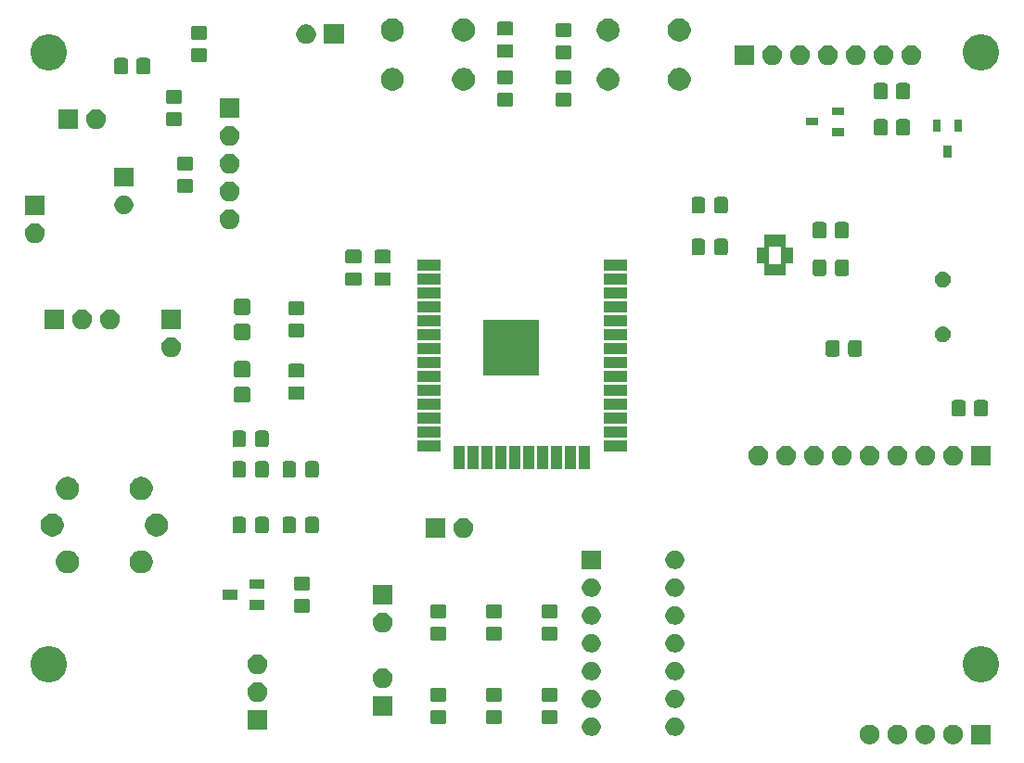
<source format=gts>
G04 #@! TF.GenerationSoftware,KiCad,Pcbnew,(5.1.5)-3*
G04 #@! TF.CreationDate,2022-03-10T20:17:17-05:00*
G04 #@! TF.ProjectId,wearer,77656172-6572-42e6-9b69-6361645f7063,rev?*
G04 #@! TF.SameCoordinates,Original*
G04 #@! TF.FileFunction,Soldermask,Top*
G04 #@! TF.FilePolarity,Negative*
%FSLAX46Y46*%
G04 Gerber Fmt 4.6, Leading zero omitted, Abs format (unit mm)*
G04 Created by KiCad (PCBNEW (5.1.5)-3) date 2022-03-10 20:17:17*
%MOMM*%
%LPD*%
G04 APERTURE LIST*
%ADD10C,0.100000*%
G04 APERTURE END LIST*
D10*
G36*
X208542754Y-122393817D02*
G01*
X208706689Y-122461721D01*
X208854227Y-122560303D01*
X208979697Y-122685773D01*
X209078279Y-122833311D01*
X209146183Y-122997246D01*
X209180800Y-123171279D01*
X209180800Y-123348721D01*
X209146183Y-123522754D01*
X209078279Y-123686689D01*
X208979697Y-123834227D01*
X208854227Y-123959697D01*
X208706689Y-124058279D01*
X208542754Y-124126183D01*
X208368721Y-124160800D01*
X208191279Y-124160800D01*
X208017246Y-124126183D01*
X207853311Y-124058279D01*
X207705773Y-123959697D01*
X207580303Y-123834227D01*
X207481721Y-123686689D01*
X207413817Y-123522754D01*
X207379200Y-123348721D01*
X207379200Y-123171279D01*
X207413817Y-122997246D01*
X207481721Y-122833311D01*
X207580303Y-122685773D01*
X207705773Y-122560303D01*
X207853311Y-122461721D01*
X208017246Y-122393817D01*
X208191279Y-122359200D01*
X208368721Y-122359200D01*
X208542754Y-122393817D01*
G37*
G36*
X213622754Y-122393817D02*
G01*
X213786689Y-122461721D01*
X213934227Y-122560303D01*
X214059697Y-122685773D01*
X214158279Y-122833311D01*
X214226183Y-122997246D01*
X214260800Y-123171279D01*
X214260800Y-123348721D01*
X214226183Y-123522754D01*
X214158279Y-123686689D01*
X214059697Y-123834227D01*
X213934227Y-123959697D01*
X213786689Y-124058279D01*
X213622754Y-124126183D01*
X213448721Y-124160800D01*
X213271279Y-124160800D01*
X213097246Y-124126183D01*
X212933311Y-124058279D01*
X212785773Y-123959697D01*
X212660303Y-123834227D01*
X212561721Y-123686689D01*
X212493817Y-123522754D01*
X212459200Y-123348721D01*
X212459200Y-123171279D01*
X212493817Y-122997246D01*
X212561721Y-122833311D01*
X212660303Y-122685773D01*
X212785773Y-122560303D01*
X212933311Y-122461721D01*
X213097246Y-122393817D01*
X213271279Y-122359200D01*
X213448721Y-122359200D01*
X213622754Y-122393817D01*
G37*
G36*
X206002754Y-122393817D02*
G01*
X206166689Y-122461721D01*
X206314227Y-122560303D01*
X206439697Y-122685773D01*
X206538279Y-122833311D01*
X206606183Y-122997246D01*
X206640800Y-123171279D01*
X206640800Y-123348721D01*
X206606183Y-123522754D01*
X206538279Y-123686689D01*
X206439697Y-123834227D01*
X206314227Y-123959697D01*
X206166689Y-124058279D01*
X206002754Y-124126183D01*
X205828721Y-124160800D01*
X205651279Y-124160800D01*
X205477246Y-124126183D01*
X205313311Y-124058279D01*
X205165773Y-123959697D01*
X205040303Y-123834227D01*
X204941721Y-123686689D01*
X204873817Y-123522754D01*
X204839200Y-123348721D01*
X204839200Y-123171279D01*
X204873817Y-122997246D01*
X204941721Y-122833311D01*
X205040303Y-122685773D01*
X205165773Y-122560303D01*
X205313311Y-122461721D01*
X205477246Y-122393817D01*
X205651279Y-122359200D01*
X205828721Y-122359200D01*
X206002754Y-122393817D01*
G37*
G36*
X216800800Y-124160800D02*
G01*
X214999200Y-124160800D01*
X214999200Y-122359200D01*
X216800800Y-122359200D01*
X216800800Y-124160800D01*
G37*
G36*
X211082754Y-122393817D02*
G01*
X211246689Y-122461721D01*
X211394227Y-122560303D01*
X211519697Y-122685773D01*
X211618279Y-122833311D01*
X211686183Y-122997246D01*
X211720800Y-123171279D01*
X211720800Y-123348721D01*
X211686183Y-123522754D01*
X211618279Y-123686689D01*
X211519697Y-123834227D01*
X211394227Y-123959697D01*
X211246689Y-124058279D01*
X211082754Y-124126183D01*
X210908721Y-124160800D01*
X210731279Y-124160800D01*
X210557246Y-124126183D01*
X210393311Y-124058279D01*
X210245773Y-123959697D01*
X210120303Y-123834227D01*
X210021721Y-123686689D01*
X209953817Y-123522754D01*
X209919200Y-123348721D01*
X209919200Y-123171279D01*
X209953817Y-122997246D01*
X210021721Y-122833311D01*
X210120303Y-122685773D01*
X210245773Y-122560303D01*
X210393311Y-122461721D01*
X210557246Y-122393817D01*
X210731279Y-122359200D01*
X210908721Y-122359200D01*
X211082754Y-122393817D01*
G37*
G36*
X188208169Y-121736895D02*
G01*
X188363005Y-121801031D01*
X188502354Y-121894140D01*
X188620860Y-122012646D01*
X188713969Y-122151995D01*
X188778105Y-122306831D01*
X188810800Y-122471203D01*
X188810800Y-122638797D01*
X188778105Y-122803169D01*
X188713969Y-122958005D01*
X188620860Y-123097354D01*
X188502354Y-123215860D01*
X188363005Y-123308969D01*
X188208169Y-123373105D01*
X188043797Y-123405800D01*
X187876203Y-123405800D01*
X187711831Y-123373105D01*
X187556995Y-123308969D01*
X187417646Y-123215860D01*
X187299140Y-123097354D01*
X187206031Y-122958005D01*
X187141895Y-122803169D01*
X187109200Y-122638797D01*
X187109200Y-122471203D01*
X187141895Y-122306831D01*
X187206031Y-122151995D01*
X187299140Y-122012646D01*
X187417646Y-121894140D01*
X187556995Y-121801031D01*
X187711831Y-121736895D01*
X187876203Y-121704200D01*
X188043797Y-121704200D01*
X188208169Y-121736895D01*
G37*
G36*
X180588169Y-121736895D02*
G01*
X180743005Y-121801031D01*
X180882354Y-121894140D01*
X181000860Y-122012646D01*
X181093969Y-122151995D01*
X181158105Y-122306831D01*
X181190800Y-122471203D01*
X181190800Y-122638797D01*
X181158105Y-122803169D01*
X181093969Y-122958005D01*
X181000860Y-123097354D01*
X180882354Y-123215860D01*
X180743005Y-123308969D01*
X180588169Y-123373105D01*
X180423797Y-123405800D01*
X180256203Y-123405800D01*
X180091831Y-123373105D01*
X179936995Y-123308969D01*
X179797646Y-123215860D01*
X179679140Y-123097354D01*
X179586031Y-122958005D01*
X179521895Y-122803169D01*
X179489200Y-122638797D01*
X179489200Y-122471203D01*
X179521895Y-122306831D01*
X179586031Y-122151995D01*
X179679140Y-122012646D01*
X179797646Y-121894140D01*
X179936995Y-121801031D01*
X180091831Y-121736895D01*
X180256203Y-121704200D01*
X180423797Y-121704200D01*
X180588169Y-121736895D01*
G37*
G36*
X150760800Y-122820800D02*
G01*
X148959200Y-122820800D01*
X148959200Y-121019200D01*
X150760800Y-121019200D01*
X150760800Y-122820800D01*
G37*
G36*
X177084857Y-121054117D02*
G01*
X177130465Y-121067952D01*
X177172504Y-121090422D01*
X177209344Y-121120656D01*
X177239578Y-121157496D01*
X177262048Y-121199535D01*
X177275883Y-121245143D01*
X177280800Y-121295065D01*
X177280800Y-122054935D01*
X177275883Y-122104857D01*
X177262048Y-122150465D01*
X177239578Y-122192504D01*
X177209344Y-122229344D01*
X177172504Y-122259578D01*
X177130465Y-122282048D01*
X177084857Y-122295883D01*
X177034935Y-122300800D01*
X176025065Y-122300800D01*
X175975143Y-122295883D01*
X175929535Y-122282048D01*
X175887496Y-122259578D01*
X175850656Y-122229344D01*
X175820422Y-122192504D01*
X175797952Y-122150465D01*
X175784117Y-122104857D01*
X175779200Y-122054935D01*
X175779200Y-121295065D01*
X175784117Y-121245143D01*
X175797952Y-121199535D01*
X175820422Y-121157496D01*
X175850656Y-121120656D01*
X175887496Y-121090422D01*
X175929535Y-121067952D01*
X175975143Y-121054117D01*
X176025065Y-121049200D01*
X177034935Y-121049200D01*
X177084857Y-121054117D01*
G37*
G36*
X172004857Y-121054117D02*
G01*
X172050465Y-121067952D01*
X172092504Y-121090422D01*
X172129344Y-121120656D01*
X172159578Y-121157496D01*
X172182048Y-121199535D01*
X172195883Y-121245143D01*
X172200800Y-121295065D01*
X172200800Y-122054935D01*
X172195883Y-122104857D01*
X172182048Y-122150465D01*
X172159578Y-122192504D01*
X172129344Y-122229344D01*
X172092504Y-122259578D01*
X172050465Y-122282048D01*
X172004857Y-122295883D01*
X171954935Y-122300800D01*
X170945065Y-122300800D01*
X170895143Y-122295883D01*
X170849535Y-122282048D01*
X170807496Y-122259578D01*
X170770656Y-122229344D01*
X170740422Y-122192504D01*
X170717952Y-122150465D01*
X170704117Y-122104857D01*
X170699200Y-122054935D01*
X170699200Y-121295065D01*
X170704117Y-121245143D01*
X170717952Y-121199535D01*
X170740422Y-121157496D01*
X170770656Y-121120656D01*
X170807496Y-121090422D01*
X170849535Y-121067952D01*
X170895143Y-121054117D01*
X170945065Y-121049200D01*
X171954935Y-121049200D01*
X172004857Y-121054117D01*
G37*
G36*
X166924857Y-121054117D02*
G01*
X166970465Y-121067952D01*
X167012504Y-121090422D01*
X167049344Y-121120656D01*
X167079578Y-121157496D01*
X167102048Y-121199535D01*
X167115883Y-121245143D01*
X167120800Y-121295065D01*
X167120800Y-122054935D01*
X167115883Y-122104857D01*
X167102048Y-122150465D01*
X167079578Y-122192504D01*
X167049344Y-122229344D01*
X167012504Y-122259578D01*
X166970465Y-122282048D01*
X166924857Y-122295883D01*
X166874935Y-122300800D01*
X165865065Y-122300800D01*
X165815143Y-122295883D01*
X165769535Y-122282048D01*
X165727496Y-122259578D01*
X165690656Y-122229344D01*
X165660422Y-122192504D01*
X165637952Y-122150465D01*
X165624117Y-122104857D01*
X165619200Y-122054935D01*
X165619200Y-121295065D01*
X165624117Y-121245143D01*
X165637952Y-121199535D01*
X165660422Y-121157496D01*
X165690656Y-121120656D01*
X165727496Y-121090422D01*
X165769535Y-121067952D01*
X165815143Y-121054117D01*
X165865065Y-121049200D01*
X166874935Y-121049200D01*
X166924857Y-121054117D01*
G37*
G36*
X162190800Y-121550800D02*
G01*
X160389200Y-121550800D01*
X160389200Y-119749200D01*
X162190800Y-119749200D01*
X162190800Y-121550800D01*
G37*
G36*
X180588169Y-119196895D02*
G01*
X180743005Y-119261031D01*
X180882354Y-119354140D01*
X181000860Y-119472646D01*
X181093969Y-119611995D01*
X181158105Y-119766831D01*
X181190800Y-119931203D01*
X181190800Y-120098797D01*
X181158105Y-120263169D01*
X181093969Y-120418005D01*
X181000860Y-120557354D01*
X180882354Y-120675860D01*
X180743005Y-120768969D01*
X180588169Y-120833105D01*
X180423797Y-120865800D01*
X180256203Y-120865800D01*
X180091831Y-120833105D01*
X179936995Y-120768969D01*
X179797646Y-120675860D01*
X179679140Y-120557354D01*
X179586031Y-120418005D01*
X179521895Y-120263169D01*
X179489200Y-120098797D01*
X179489200Y-119931203D01*
X179521895Y-119766831D01*
X179586031Y-119611995D01*
X179679140Y-119472646D01*
X179797646Y-119354140D01*
X179936995Y-119261031D01*
X180091831Y-119196895D01*
X180256203Y-119164200D01*
X180423797Y-119164200D01*
X180588169Y-119196895D01*
G37*
G36*
X188208169Y-119196895D02*
G01*
X188363005Y-119261031D01*
X188502354Y-119354140D01*
X188620860Y-119472646D01*
X188713969Y-119611995D01*
X188778105Y-119766831D01*
X188810800Y-119931203D01*
X188810800Y-120098797D01*
X188778105Y-120263169D01*
X188713969Y-120418005D01*
X188620860Y-120557354D01*
X188502354Y-120675860D01*
X188363005Y-120768969D01*
X188208169Y-120833105D01*
X188043797Y-120865800D01*
X187876203Y-120865800D01*
X187711831Y-120833105D01*
X187556995Y-120768969D01*
X187417646Y-120675860D01*
X187299140Y-120557354D01*
X187206031Y-120418005D01*
X187141895Y-120263169D01*
X187109200Y-120098797D01*
X187109200Y-119931203D01*
X187141895Y-119766831D01*
X187206031Y-119611995D01*
X187299140Y-119472646D01*
X187417646Y-119354140D01*
X187556995Y-119261031D01*
X187711831Y-119196895D01*
X187876203Y-119164200D01*
X188043797Y-119164200D01*
X188208169Y-119196895D01*
G37*
G36*
X150122754Y-118513817D02*
G01*
X150286689Y-118581721D01*
X150434227Y-118680303D01*
X150559697Y-118805773D01*
X150658279Y-118953311D01*
X150726183Y-119117246D01*
X150760800Y-119291279D01*
X150760800Y-119468721D01*
X150726183Y-119642754D01*
X150658279Y-119806689D01*
X150559697Y-119954227D01*
X150434227Y-120079697D01*
X150286689Y-120178279D01*
X150122754Y-120246183D01*
X149948721Y-120280800D01*
X149771279Y-120280800D01*
X149597246Y-120246183D01*
X149433311Y-120178279D01*
X149285773Y-120079697D01*
X149160303Y-119954227D01*
X149061721Y-119806689D01*
X148993817Y-119642754D01*
X148959200Y-119468721D01*
X148959200Y-119291279D01*
X148993817Y-119117246D01*
X149061721Y-118953311D01*
X149160303Y-118805773D01*
X149285773Y-118680303D01*
X149433311Y-118581721D01*
X149597246Y-118513817D01*
X149771279Y-118479200D01*
X149948721Y-118479200D01*
X150122754Y-118513817D01*
G37*
G36*
X177084857Y-119004117D02*
G01*
X177130465Y-119017952D01*
X177172504Y-119040422D01*
X177209344Y-119070656D01*
X177239578Y-119107496D01*
X177262048Y-119149535D01*
X177275883Y-119195143D01*
X177280800Y-119245065D01*
X177280800Y-120004935D01*
X177275883Y-120054857D01*
X177262048Y-120100465D01*
X177239578Y-120142504D01*
X177209344Y-120179344D01*
X177172504Y-120209578D01*
X177130465Y-120232048D01*
X177084857Y-120245883D01*
X177034935Y-120250800D01*
X176025065Y-120250800D01*
X175975143Y-120245883D01*
X175929535Y-120232048D01*
X175887496Y-120209578D01*
X175850656Y-120179344D01*
X175820422Y-120142504D01*
X175797952Y-120100465D01*
X175784117Y-120054857D01*
X175779200Y-120004935D01*
X175779200Y-119245065D01*
X175784117Y-119195143D01*
X175797952Y-119149535D01*
X175820422Y-119107496D01*
X175850656Y-119070656D01*
X175887496Y-119040422D01*
X175929535Y-119017952D01*
X175975143Y-119004117D01*
X176025065Y-118999200D01*
X177034935Y-118999200D01*
X177084857Y-119004117D01*
G37*
G36*
X166924857Y-119004117D02*
G01*
X166970465Y-119017952D01*
X167012504Y-119040422D01*
X167049344Y-119070656D01*
X167079578Y-119107496D01*
X167102048Y-119149535D01*
X167115883Y-119195143D01*
X167120800Y-119245065D01*
X167120800Y-120004935D01*
X167115883Y-120054857D01*
X167102048Y-120100465D01*
X167079578Y-120142504D01*
X167049344Y-120179344D01*
X167012504Y-120209578D01*
X166970465Y-120232048D01*
X166924857Y-120245883D01*
X166874935Y-120250800D01*
X165865065Y-120250800D01*
X165815143Y-120245883D01*
X165769535Y-120232048D01*
X165727496Y-120209578D01*
X165690656Y-120179344D01*
X165660422Y-120142504D01*
X165637952Y-120100465D01*
X165624117Y-120054857D01*
X165619200Y-120004935D01*
X165619200Y-119245065D01*
X165624117Y-119195143D01*
X165637952Y-119149535D01*
X165660422Y-119107496D01*
X165690656Y-119070656D01*
X165727496Y-119040422D01*
X165769535Y-119017952D01*
X165815143Y-119004117D01*
X165865065Y-118999200D01*
X166874935Y-118999200D01*
X166924857Y-119004117D01*
G37*
G36*
X172004857Y-119004117D02*
G01*
X172050465Y-119017952D01*
X172092504Y-119040422D01*
X172129344Y-119070656D01*
X172159578Y-119107496D01*
X172182048Y-119149535D01*
X172195883Y-119195143D01*
X172200800Y-119245065D01*
X172200800Y-120004935D01*
X172195883Y-120054857D01*
X172182048Y-120100465D01*
X172159578Y-120142504D01*
X172129344Y-120179344D01*
X172092504Y-120209578D01*
X172050465Y-120232048D01*
X172004857Y-120245883D01*
X171954935Y-120250800D01*
X170945065Y-120250800D01*
X170895143Y-120245883D01*
X170849535Y-120232048D01*
X170807496Y-120209578D01*
X170770656Y-120179344D01*
X170740422Y-120142504D01*
X170717952Y-120100465D01*
X170704117Y-120054857D01*
X170699200Y-120004935D01*
X170699200Y-119245065D01*
X170704117Y-119195143D01*
X170717952Y-119149535D01*
X170740422Y-119107496D01*
X170770656Y-119070656D01*
X170807496Y-119040422D01*
X170849535Y-119017952D01*
X170895143Y-119004117D01*
X170945065Y-118999200D01*
X171954935Y-118999200D01*
X172004857Y-119004117D01*
G37*
G36*
X161552754Y-117243817D02*
G01*
X161716689Y-117311721D01*
X161864227Y-117410303D01*
X161989697Y-117535773D01*
X162088279Y-117683311D01*
X162156183Y-117847246D01*
X162190800Y-118021279D01*
X162190800Y-118198721D01*
X162156183Y-118372754D01*
X162088279Y-118536689D01*
X161989697Y-118684227D01*
X161864227Y-118809697D01*
X161716689Y-118908279D01*
X161552754Y-118976183D01*
X161378721Y-119010800D01*
X161201279Y-119010800D01*
X161027246Y-118976183D01*
X160863311Y-118908279D01*
X160715773Y-118809697D01*
X160590303Y-118684227D01*
X160491721Y-118536689D01*
X160423817Y-118372754D01*
X160389200Y-118198721D01*
X160389200Y-118021279D01*
X160423817Y-117847246D01*
X160491721Y-117683311D01*
X160590303Y-117535773D01*
X160715773Y-117410303D01*
X160863311Y-117311721D01*
X161027246Y-117243817D01*
X161201279Y-117209200D01*
X161378721Y-117209200D01*
X161552754Y-117243817D01*
G37*
G36*
X131291521Y-115252639D02*
G01*
X131591947Y-115377080D01*
X131862324Y-115557740D01*
X132092260Y-115787676D01*
X132272920Y-116058053D01*
X132397361Y-116358479D01*
X132460800Y-116677410D01*
X132460800Y-117002590D01*
X132397361Y-117321521D01*
X132272920Y-117621947D01*
X132092260Y-117892324D01*
X131862324Y-118122260D01*
X131591947Y-118302920D01*
X131291521Y-118427361D01*
X130972590Y-118490800D01*
X130647410Y-118490800D01*
X130328479Y-118427361D01*
X130028053Y-118302920D01*
X129757676Y-118122260D01*
X129527740Y-117892324D01*
X129347080Y-117621947D01*
X129222639Y-117321521D01*
X129159200Y-117002590D01*
X129159200Y-116677410D01*
X129222639Y-116358479D01*
X129347080Y-116058053D01*
X129527740Y-115787676D01*
X129757676Y-115557740D01*
X130028053Y-115377080D01*
X130328479Y-115252639D01*
X130647410Y-115189200D01*
X130972590Y-115189200D01*
X131291521Y-115252639D01*
G37*
G36*
X216381521Y-115252639D02*
G01*
X216681947Y-115377080D01*
X216952324Y-115557740D01*
X217182260Y-115787676D01*
X217362920Y-116058053D01*
X217487361Y-116358479D01*
X217550800Y-116677410D01*
X217550800Y-117002590D01*
X217487361Y-117321521D01*
X217362920Y-117621947D01*
X217182260Y-117892324D01*
X216952324Y-118122260D01*
X216681947Y-118302920D01*
X216381521Y-118427361D01*
X216062590Y-118490800D01*
X215737410Y-118490800D01*
X215418479Y-118427361D01*
X215118053Y-118302920D01*
X214847676Y-118122260D01*
X214617740Y-117892324D01*
X214437080Y-117621947D01*
X214312639Y-117321521D01*
X214249200Y-117002590D01*
X214249200Y-116677410D01*
X214312639Y-116358479D01*
X214437080Y-116058053D01*
X214617740Y-115787676D01*
X214847676Y-115557740D01*
X215118053Y-115377080D01*
X215418479Y-115252639D01*
X215737410Y-115189200D01*
X216062590Y-115189200D01*
X216381521Y-115252639D01*
G37*
G36*
X180588169Y-116656895D02*
G01*
X180743005Y-116721031D01*
X180882354Y-116814140D01*
X181000860Y-116932646D01*
X181093969Y-117071995D01*
X181158105Y-117226831D01*
X181190800Y-117391203D01*
X181190800Y-117558797D01*
X181158105Y-117723169D01*
X181093969Y-117878005D01*
X181000860Y-118017354D01*
X180882354Y-118135860D01*
X180743005Y-118228969D01*
X180588169Y-118293105D01*
X180423797Y-118325800D01*
X180256203Y-118325800D01*
X180091831Y-118293105D01*
X179936995Y-118228969D01*
X179797646Y-118135860D01*
X179679140Y-118017354D01*
X179586031Y-117878005D01*
X179521895Y-117723169D01*
X179489200Y-117558797D01*
X179489200Y-117391203D01*
X179521895Y-117226831D01*
X179586031Y-117071995D01*
X179679140Y-116932646D01*
X179797646Y-116814140D01*
X179936995Y-116721031D01*
X180091831Y-116656895D01*
X180256203Y-116624200D01*
X180423797Y-116624200D01*
X180588169Y-116656895D01*
G37*
G36*
X188208169Y-116656895D02*
G01*
X188363005Y-116721031D01*
X188502354Y-116814140D01*
X188620860Y-116932646D01*
X188713969Y-117071995D01*
X188778105Y-117226831D01*
X188810800Y-117391203D01*
X188810800Y-117558797D01*
X188778105Y-117723169D01*
X188713969Y-117878005D01*
X188620860Y-118017354D01*
X188502354Y-118135860D01*
X188363005Y-118228969D01*
X188208169Y-118293105D01*
X188043797Y-118325800D01*
X187876203Y-118325800D01*
X187711831Y-118293105D01*
X187556995Y-118228969D01*
X187417646Y-118135860D01*
X187299140Y-118017354D01*
X187206031Y-117878005D01*
X187141895Y-117723169D01*
X187109200Y-117558797D01*
X187109200Y-117391203D01*
X187141895Y-117226831D01*
X187206031Y-117071995D01*
X187299140Y-116932646D01*
X187417646Y-116814140D01*
X187556995Y-116721031D01*
X187711831Y-116656895D01*
X187876203Y-116624200D01*
X188043797Y-116624200D01*
X188208169Y-116656895D01*
G37*
G36*
X150122754Y-115973817D02*
G01*
X150286689Y-116041721D01*
X150434227Y-116140303D01*
X150559697Y-116265773D01*
X150658279Y-116413311D01*
X150726183Y-116577246D01*
X150760800Y-116751279D01*
X150760800Y-116928721D01*
X150726183Y-117102754D01*
X150658279Y-117266689D01*
X150559697Y-117414227D01*
X150434227Y-117539697D01*
X150286689Y-117638279D01*
X150122754Y-117706183D01*
X149948721Y-117740800D01*
X149771279Y-117740800D01*
X149597246Y-117706183D01*
X149433311Y-117638279D01*
X149285773Y-117539697D01*
X149160303Y-117414227D01*
X149061721Y-117266689D01*
X148993817Y-117102754D01*
X148959200Y-116928721D01*
X148959200Y-116751279D01*
X148993817Y-116577246D01*
X149061721Y-116413311D01*
X149160303Y-116265773D01*
X149285773Y-116140303D01*
X149433311Y-116041721D01*
X149597246Y-115973817D01*
X149771279Y-115939200D01*
X149948721Y-115939200D01*
X150122754Y-115973817D01*
G37*
G36*
X188208169Y-114116895D02*
G01*
X188363005Y-114181031D01*
X188502354Y-114274140D01*
X188620860Y-114392646D01*
X188713969Y-114531995D01*
X188778105Y-114686831D01*
X188810800Y-114851203D01*
X188810800Y-115018797D01*
X188778105Y-115183169D01*
X188713969Y-115338005D01*
X188620860Y-115477354D01*
X188502354Y-115595860D01*
X188363005Y-115688969D01*
X188208169Y-115753105D01*
X188043797Y-115785800D01*
X187876203Y-115785800D01*
X187711831Y-115753105D01*
X187556995Y-115688969D01*
X187417646Y-115595860D01*
X187299140Y-115477354D01*
X187206031Y-115338005D01*
X187141895Y-115183169D01*
X187109200Y-115018797D01*
X187109200Y-114851203D01*
X187141895Y-114686831D01*
X187206031Y-114531995D01*
X187299140Y-114392646D01*
X187417646Y-114274140D01*
X187556995Y-114181031D01*
X187711831Y-114116895D01*
X187876203Y-114084200D01*
X188043797Y-114084200D01*
X188208169Y-114116895D01*
G37*
G36*
X180588169Y-114116895D02*
G01*
X180743005Y-114181031D01*
X180882354Y-114274140D01*
X181000860Y-114392646D01*
X181093969Y-114531995D01*
X181158105Y-114686831D01*
X181190800Y-114851203D01*
X181190800Y-115018797D01*
X181158105Y-115183169D01*
X181093969Y-115338005D01*
X181000860Y-115477354D01*
X180882354Y-115595860D01*
X180743005Y-115688969D01*
X180588169Y-115753105D01*
X180423797Y-115785800D01*
X180256203Y-115785800D01*
X180091831Y-115753105D01*
X179936995Y-115688969D01*
X179797646Y-115595860D01*
X179679140Y-115477354D01*
X179586031Y-115338005D01*
X179521895Y-115183169D01*
X179489200Y-115018797D01*
X179489200Y-114851203D01*
X179521895Y-114686831D01*
X179586031Y-114531995D01*
X179679140Y-114392646D01*
X179797646Y-114274140D01*
X179936995Y-114181031D01*
X180091831Y-114116895D01*
X180256203Y-114084200D01*
X180423797Y-114084200D01*
X180588169Y-114116895D01*
G37*
G36*
X172004857Y-113434117D02*
G01*
X172050465Y-113447952D01*
X172092504Y-113470422D01*
X172129344Y-113500656D01*
X172159578Y-113537496D01*
X172182048Y-113579535D01*
X172195883Y-113625143D01*
X172200800Y-113675065D01*
X172200800Y-114434935D01*
X172195883Y-114484857D01*
X172182048Y-114530465D01*
X172159578Y-114572504D01*
X172129344Y-114609344D01*
X172092504Y-114639578D01*
X172050465Y-114662048D01*
X172004857Y-114675883D01*
X171954935Y-114680800D01*
X170945065Y-114680800D01*
X170895143Y-114675883D01*
X170849535Y-114662048D01*
X170807496Y-114639578D01*
X170770656Y-114609344D01*
X170740422Y-114572504D01*
X170717952Y-114530465D01*
X170704117Y-114484857D01*
X170699200Y-114434935D01*
X170699200Y-113675065D01*
X170704117Y-113625143D01*
X170717952Y-113579535D01*
X170740422Y-113537496D01*
X170770656Y-113500656D01*
X170807496Y-113470422D01*
X170849535Y-113447952D01*
X170895143Y-113434117D01*
X170945065Y-113429200D01*
X171954935Y-113429200D01*
X172004857Y-113434117D01*
G37*
G36*
X177084857Y-113434117D02*
G01*
X177130465Y-113447952D01*
X177172504Y-113470422D01*
X177209344Y-113500656D01*
X177239578Y-113537496D01*
X177262048Y-113579535D01*
X177275883Y-113625143D01*
X177280800Y-113675065D01*
X177280800Y-114434935D01*
X177275883Y-114484857D01*
X177262048Y-114530465D01*
X177239578Y-114572504D01*
X177209344Y-114609344D01*
X177172504Y-114639578D01*
X177130465Y-114662048D01*
X177084857Y-114675883D01*
X177034935Y-114680800D01*
X176025065Y-114680800D01*
X175975143Y-114675883D01*
X175929535Y-114662048D01*
X175887496Y-114639578D01*
X175850656Y-114609344D01*
X175820422Y-114572504D01*
X175797952Y-114530465D01*
X175784117Y-114484857D01*
X175779200Y-114434935D01*
X175779200Y-113675065D01*
X175784117Y-113625143D01*
X175797952Y-113579535D01*
X175820422Y-113537496D01*
X175850656Y-113500656D01*
X175887496Y-113470422D01*
X175929535Y-113447952D01*
X175975143Y-113434117D01*
X176025065Y-113429200D01*
X177034935Y-113429200D01*
X177084857Y-113434117D01*
G37*
G36*
X166924857Y-113434117D02*
G01*
X166970465Y-113447952D01*
X167012504Y-113470422D01*
X167049344Y-113500656D01*
X167079578Y-113537496D01*
X167102048Y-113579535D01*
X167115883Y-113625143D01*
X167120800Y-113675065D01*
X167120800Y-114434935D01*
X167115883Y-114484857D01*
X167102048Y-114530465D01*
X167079578Y-114572504D01*
X167049344Y-114609344D01*
X167012504Y-114639578D01*
X166970465Y-114662048D01*
X166924857Y-114675883D01*
X166874935Y-114680800D01*
X165865065Y-114680800D01*
X165815143Y-114675883D01*
X165769535Y-114662048D01*
X165727496Y-114639578D01*
X165690656Y-114609344D01*
X165660422Y-114572504D01*
X165637952Y-114530465D01*
X165624117Y-114484857D01*
X165619200Y-114434935D01*
X165619200Y-113675065D01*
X165624117Y-113625143D01*
X165637952Y-113579535D01*
X165660422Y-113537496D01*
X165690656Y-113500656D01*
X165727496Y-113470422D01*
X165769535Y-113447952D01*
X165815143Y-113434117D01*
X165865065Y-113429200D01*
X166874935Y-113429200D01*
X166924857Y-113434117D01*
G37*
G36*
X161552754Y-112163817D02*
G01*
X161716689Y-112231721D01*
X161864227Y-112330303D01*
X161989697Y-112455773D01*
X162088279Y-112603311D01*
X162156183Y-112767246D01*
X162190800Y-112941279D01*
X162190800Y-113118721D01*
X162156183Y-113292754D01*
X162088279Y-113456689D01*
X161989697Y-113604227D01*
X161864227Y-113729697D01*
X161716689Y-113828279D01*
X161552754Y-113896183D01*
X161378721Y-113930800D01*
X161201279Y-113930800D01*
X161027246Y-113896183D01*
X160863311Y-113828279D01*
X160715773Y-113729697D01*
X160590303Y-113604227D01*
X160491721Y-113456689D01*
X160423817Y-113292754D01*
X160389200Y-113118721D01*
X160389200Y-112941279D01*
X160423817Y-112767246D01*
X160491721Y-112603311D01*
X160590303Y-112455773D01*
X160715773Y-112330303D01*
X160863311Y-112231721D01*
X161027246Y-112163817D01*
X161201279Y-112129200D01*
X161378721Y-112129200D01*
X161552754Y-112163817D01*
G37*
G36*
X180588169Y-111576895D02*
G01*
X180743005Y-111641031D01*
X180882354Y-111734140D01*
X181000860Y-111852646D01*
X181093969Y-111991995D01*
X181158105Y-112146831D01*
X181190800Y-112311203D01*
X181190800Y-112478797D01*
X181158105Y-112643169D01*
X181093969Y-112798005D01*
X181000860Y-112937354D01*
X180882354Y-113055860D01*
X180743005Y-113148969D01*
X180588169Y-113213105D01*
X180423797Y-113245800D01*
X180256203Y-113245800D01*
X180091831Y-113213105D01*
X179936995Y-113148969D01*
X179797646Y-113055860D01*
X179679140Y-112937354D01*
X179586031Y-112798005D01*
X179521895Y-112643169D01*
X179489200Y-112478797D01*
X179489200Y-112311203D01*
X179521895Y-112146831D01*
X179586031Y-111991995D01*
X179679140Y-111852646D01*
X179797646Y-111734140D01*
X179936995Y-111641031D01*
X180091831Y-111576895D01*
X180256203Y-111544200D01*
X180423797Y-111544200D01*
X180588169Y-111576895D01*
G37*
G36*
X188208169Y-111576895D02*
G01*
X188363005Y-111641031D01*
X188502354Y-111734140D01*
X188620860Y-111852646D01*
X188713969Y-111991995D01*
X188778105Y-112146831D01*
X188810800Y-112311203D01*
X188810800Y-112478797D01*
X188778105Y-112643169D01*
X188713969Y-112798005D01*
X188620860Y-112937354D01*
X188502354Y-113055860D01*
X188363005Y-113148969D01*
X188208169Y-113213105D01*
X188043797Y-113245800D01*
X187876203Y-113245800D01*
X187711831Y-113213105D01*
X187556995Y-113148969D01*
X187417646Y-113055860D01*
X187299140Y-112937354D01*
X187206031Y-112798005D01*
X187141895Y-112643169D01*
X187109200Y-112478797D01*
X187109200Y-112311203D01*
X187141895Y-112146831D01*
X187206031Y-111991995D01*
X187299140Y-111852646D01*
X187417646Y-111734140D01*
X187556995Y-111641031D01*
X187711831Y-111576895D01*
X187876203Y-111544200D01*
X188043797Y-111544200D01*
X188208169Y-111576895D01*
G37*
G36*
X172004857Y-111384117D02*
G01*
X172050465Y-111397952D01*
X172092504Y-111420422D01*
X172129344Y-111450656D01*
X172159578Y-111487496D01*
X172182048Y-111529535D01*
X172195883Y-111575143D01*
X172200800Y-111625065D01*
X172200800Y-112384935D01*
X172195883Y-112434857D01*
X172182048Y-112480465D01*
X172159578Y-112522504D01*
X172129344Y-112559344D01*
X172092504Y-112589578D01*
X172050465Y-112612048D01*
X172004857Y-112625883D01*
X171954935Y-112630800D01*
X170945065Y-112630800D01*
X170895143Y-112625883D01*
X170849535Y-112612048D01*
X170807496Y-112589578D01*
X170770656Y-112559344D01*
X170740422Y-112522504D01*
X170717952Y-112480465D01*
X170704117Y-112434857D01*
X170699200Y-112384935D01*
X170699200Y-111625065D01*
X170704117Y-111575143D01*
X170717952Y-111529535D01*
X170740422Y-111487496D01*
X170770656Y-111450656D01*
X170807496Y-111420422D01*
X170849535Y-111397952D01*
X170895143Y-111384117D01*
X170945065Y-111379200D01*
X171954935Y-111379200D01*
X172004857Y-111384117D01*
G37*
G36*
X177084857Y-111384117D02*
G01*
X177130465Y-111397952D01*
X177172504Y-111420422D01*
X177209344Y-111450656D01*
X177239578Y-111487496D01*
X177262048Y-111529535D01*
X177275883Y-111575143D01*
X177280800Y-111625065D01*
X177280800Y-112384935D01*
X177275883Y-112434857D01*
X177262048Y-112480465D01*
X177239578Y-112522504D01*
X177209344Y-112559344D01*
X177172504Y-112589578D01*
X177130465Y-112612048D01*
X177084857Y-112625883D01*
X177034935Y-112630800D01*
X176025065Y-112630800D01*
X175975143Y-112625883D01*
X175929535Y-112612048D01*
X175887496Y-112589578D01*
X175850656Y-112559344D01*
X175820422Y-112522504D01*
X175797952Y-112480465D01*
X175784117Y-112434857D01*
X175779200Y-112384935D01*
X175779200Y-111625065D01*
X175784117Y-111575143D01*
X175797952Y-111529535D01*
X175820422Y-111487496D01*
X175850656Y-111450656D01*
X175887496Y-111420422D01*
X175929535Y-111397952D01*
X175975143Y-111384117D01*
X176025065Y-111379200D01*
X177034935Y-111379200D01*
X177084857Y-111384117D01*
G37*
G36*
X166924857Y-111384117D02*
G01*
X166970465Y-111397952D01*
X167012504Y-111420422D01*
X167049344Y-111450656D01*
X167079578Y-111487496D01*
X167102048Y-111529535D01*
X167115883Y-111575143D01*
X167120800Y-111625065D01*
X167120800Y-112384935D01*
X167115883Y-112434857D01*
X167102048Y-112480465D01*
X167079578Y-112522504D01*
X167049344Y-112559344D01*
X167012504Y-112589578D01*
X166970465Y-112612048D01*
X166924857Y-112625883D01*
X166874935Y-112630800D01*
X165865065Y-112630800D01*
X165815143Y-112625883D01*
X165769535Y-112612048D01*
X165727496Y-112589578D01*
X165690656Y-112559344D01*
X165660422Y-112522504D01*
X165637952Y-112480465D01*
X165624117Y-112434857D01*
X165619200Y-112384935D01*
X165619200Y-111625065D01*
X165624117Y-111575143D01*
X165637952Y-111529535D01*
X165660422Y-111487496D01*
X165690656Y-111450656D01*
X165727496Y-111420422D01*
X165769535Y-111397952D01*
X165815143Y-111384117D01*
X165865065Y-111379200D01*
X166874935Y-111379200D01*
X166924857Y-111384117D01*
G37*
G36*
X154478857Y-110894117D02*
G01*
X154524465Y-110907952D01*
X154566504Y-110930422D01*
X154603344Y-110960656D01*
X154633578Y-110997496D01*
X154656048Y-111039535D01*
X154669883Y-111085143D01*
X154674800Y-111135065D01*
X154674800Y-111894935D01*
X154669883Y-111944857D01*
X154656048Y-111990465D01*
X154633578Y-112032504D01*
X154603344Y-112069344D01*
X154566504Y-112099578D01*
X154524465Y-112122048D01*
X154478857Y-112135883D01*
X154428935Y-112140800D01*
X153419065Y-112140800D01*
X153369143Y-112135883D01*
X153323535Y-112122048D01*
X153281496Y-112099578D01*
X153244656Y-112069344D01*
X153214422Y-112032504D01*
X153191952Y-111990465D01*
X153178117Y-111944857D01*
X153173200Y-111894935D01*
X153173200Y-111135065D01*
X153178117Y-111085143D01*
X153191952Y-111039535D01*
X153214422Y-110997496D01*
X153244656Y-110960656D01*
X153281496Y-110930422D01*
X153323535Y-110907952D01*
X153369143Y-110894117D01*
X153419065Y-110889200D01*
X154428935Y-110889200D01*
X154478857Y-110894117D01*
G37*
G36*
X150528900Y-111879700D02*
G01*
X149151100Y-111879700D01*
X149151100Y-111000300D01*
X150528900Y-111000300D01*
X150528900Y-111879700D01*
G37*
G36*
X162190800Y-111390800D02*
G01*
X160389200Y-111390800D01*
X160389200Y-109589200D01*
X162190800Y-109589200D01*
X162190800Y-111390800D01*
G37*
G36*
X148028900Y-110929700D02*
G01*
X146651100Y-110929700D01*
X146651100Y-110050300D01*
X148028900Y-110050300D01*
X148028900Y-110929700D01*
G37*
G36*
X188208169Y-109036895D02*
G01*
X188363005Y-109101031D01*
X188502354Y-109194140D01*
X188620860Y-109312646D01*
X188713969Y-109451995D01*
X188778105Y-109606831D01*
X188810800Y-109771203D01*
X188810800Y-109938797D01*
X188778105Y-110103169D01*
X188713969Y-110258005D01*
X188620860Y-110397354D01*
X188502354Y-110515860D01*
X188363005Y-110608969D01*
X188208169Y-110673105D01*
X188043797Y-110705800D01*
X187876203Y-110705800D01*
X187711831Y-110673105D01*
X187556995Y-110608969D01*
X187417646Y-110515860D01*
X187299140Y-110397354D01*
X187206031Y-110258005D01*
X187141895Y-110103169D01*
X187109200Y-109938797D01*
X187109200Y-109771203D01*
X187141895Y-109606831D01*
X187206031Y-109451995D01*
X187299140Y-109312646D01*
X187417646Y-109194140D01*
X187556995Y-109101031D01*
X187711831Y-109036895D01*
X187876203Y-109004200D01*
X188043797Y-109004200D01*
X188208169Y-109036895D01*
G37*
G36*
X180588169Y-109036895D02*
G01*
X180743005Y-109101031D01*
X180882354Y-109194140D01*
X181000860Y-109312646D01*
X181093969Y-109451995D01*
X181158105Y-109606831D01*
X181190800Y-109771203D01*
X181190800Y-109938797D01*
X181158105Y-110103169D01*
X181093969Y-110258005D01*
X181000860Y-110397354D01*
X180882354Y-110515860D01*
X180743005Y-110608969D01*
X180588169Y-110673105D01*
X180423797Y-110705800D01*
X180256203Y-110705800D01*
X180091831Y-110673105D01*
X179936995Y-110608969D01*
X179797646Y-110515860D01*
X179679140Y-110397354D01*
X179586031Y-110258005D01*
X179521895Y-110103169D01*
X179489200Y-109938797D01*
X179489200Y-109771203D01*
X179521895Y-109606831D01*
X179586031Y-109451995D01*
X179679140Y-109312646D01*
X179797646Y-109194140D01*
X179936995Y-109101031D01*
X180091831Y-109036895D01*
X180256203Y-109004200D01*
X180423797Y-109004200D01*
X180588169Y-109036895D01*
G37*
G36*
X154478857Y-108844117D02*
G01*
X154524465Y-108857952D01*
X154566504Y-108880422D01*
X154603344Y-108910656D01*
X154633578Y-108947496D01*
X154656048Y-108989535D01*
X154669883Y-109035143D01*
X154674800Y-109085065D01*
X154674800Y-109844935D01*
X154669883Y-109894857D01*
X154656048Y-109940465D01*
X154633578Y-109982504D01*
X154603344Y-110019344D01*
X154566504Y-110049578D01*
X154524465Y-110072048D01*
X154478857Y-110085883D01*
X154428935Y-110090800D01*
X153419065Y-110090800D01*
X153369143Y-110085883D01*
X153323535Y-110072048D01*
X153281496Y-110049578D01*
X153244656Y-110019344D01*
X153214422Y-109982504D01*
X153191952Y-109940465D01*
X153178117Y-109894857D01*
X153173200Y-109844935D01*
X153173200Y-109085065D01*
X153178117Y-109035143D01*
X153191952Y-108989535D01*
X153214422Y-108947496D01*
X153244656Y-108910656D01*
X153281496Y-108880422D01*
X153323535Y-108857952D01*
X153369143Y-108844117D01*
X153419065Y-108839200D01*
X154428935Y-108839200D01*
X154478857Y-108844117D01*
G37*
G36*
X150528900Y-109979700D02*
G01*
X149151100Y-109979700D01*
X149151100Y-109100300D01*
X150528900Y-109100300D01*
X150528900Y-109979700D01*
G37*
G36*
X139555508Y-106488582D02*
G01*
X139746741Y-106567793D01*
X139918847Y-106682791D01*
X140065209Y-106829153D01*
X140180207Y-107001259D01*
X140259418Y-107192492D01*
X140299800Y-107395505D01*
X140299800Y-107602495D01*
X140259418Y-107805508D01*
X140180207Y-107996741D01*
X140065209Y-108168847D01*
X139918847Y-108315209D01*
X139746741Y-108430207D01*
X139555508Y-108509418D01*
X139352495Y-108549800D01*
X139145505Y-108549800D01*
X138942492Y-108509418D01*
X138751259Y-108430207D01*
X138579153Y-108315209D01*
X138432791Y-108168847D01*
X138317793Y-107996741D01*
X138238582Y-107805508D01*
X138198200Y-107602495D01*
X138198200Y-107395505D01*
X138238582Y-107192492D01*
X138317793Y-107001259D01*
X138432791Y-106829153D01*
X138579153Y-106682791D01*
X138751259Y-106567793D01*
X138942492Y-106488582D01*
X139145505Y-106448200D01*
X139352495Y-106448200D01*
X139555508Y-106488582D01*
G37*
G36*
X132837508Y-106488582D02*
G01*
X133028741Y-106567793D01*
X133200847Y-106682791D01*
X133347209Y-106829153D01*
X133462207Y-107001259D01*
X133541418Y-107192492D01*
X133581800Y-107395505D01*
X133581800Y-107602495D01*
X133541418Y-107805508D01*
X133462207Y-107996741D01*
X133347209Y-108168847D01*
X133200847Y-108315209D01*
X133028741Y-108430207D01*
X132837508Y-108509418D01*
X132634495Y-108549800D01*
X132427505Y-108549800D01*
X132224492Y-108509418D01*
X132033259Y-108430207D01*
X131861153Y-108315209D01*
X131714791Y-108168847D01*
X131599793Y-107996741D01*
X131520582Y-107805508D01*
X131480200Y-107602495D01*
X131480200Y-107395505D01*
X131520582Y-107192492D01*
X131599793Y-107001259D01*
X131714791Y-106829153D01*
X131861153Y-106682791D01*
X132033259Y-106567793D01*
X132224492Y-106488582D01*
X132427505Y-106448200D01*
X132634495Y-106448200D01*
X132837508Y-106488582D01*
G37*
G36*
X188208169Y-106496895D02*
G01*
X188363005Y-106561031D01*
X188502354Y-106654140D01*
X188620860Y-106772646D01*
X188713969Y-106911995D01*
X188778105Y-107066831D01*
X188810800Y-107231203D01*
X188810800Y-107398797D01*
X188778105Y-107563169D01*
X188713969Y-107718005D01*
X188620860Y-107857354D01*
X188502354Y-107975860D01*
X188363005Y-108068969D01*
X188208169Y-108133105D01*
X188043797Y-108165800D01*
X187876203Y-108165800D01*
X187711831Y-108133105D01*
X187556995Y-108068969D01*
X187417646Y-107975860D01*
X187299140Y-107857354D01*
X187206031Y-107718005D01*
X187141895Y-107563169D01*
X187109200Y-107398797D01*
X187109200Y-107231203D01*
X187141895Y-107066831D01*
X187206031Y-106911995D01*
X187299140Y-106772646D01*
X187417646Y-106654140D01*
X187556995Y-106561031D01*
X187711831Y-106496895D01*
X187876203Y-106464200D01*
X188043797Y-106464200D01*
X188208169Y-106496895D01*
G37*
G36*
X181190800Y-108165800D02*
G01*
X179489200Y-108165800D01*
X179489200Y-106464200D01*
X181190800Y-106464200D01*
X181190800Y-108165800D01*
G37*
G36*
X167016800Y-105294800D02*
G01*
X165215200Y-105294800D01*
X165215200Y-103493200D01*
X167016800Y-103493200D01*
X167016800Y-105294800D01*
G37*
G36*
X168918754Y-103527817D02*
G01*
X169082689Y-103595721D01*
X169230227Y-103694303D01*
X169355697Y-103819773D01*
X169454279Y-103967311D01*
X169522183Y-104131246D01*
X169556800Y-104305279D01*
X169556800Y-104482721D01*
X169522183Y-104656754D01*
X169454279Y-104820689D01*
X169355697Y-104968227D01*
X169230227Y-105093697D01*
X169082689Y-105192279D01*
X168918754Y-105260183D01*
X168744721Y-105294800D01*
X168567279Y-105294800D01*
X168393246Y-105260183D01*
X168229311Y-105192279D01*
X168081773Y-105093697D01*
X167956303Y-104968227D01*
X167857721Y-104820689D01*
X167789817Y-104656754D01*
X167755200Y-104482721D01*
X167755200Y-104305279D01*
X167789817Y-104131246D01*
X167857721Y-103967311D01*
X167956303Y-103819773D01*
X168081773Y-103694303D01*
X168229311Y-103595721D01*
X168393246Y-103527817D01*
X168567279Y-103493200D01*
X168744721Y-103493200D01*
X168918754Y-103527817D01*
G37*
G36*
X131446508Y-103129582D02*
G01*
X131637741Y-103208793D01*
X131809847Y-103323791D01*
X131956209Y-103470153D01*
X132071207Y-103642259D01*
X132150418Y-103833492D01*
X132190800Y-104036505D01*
X132190800Y-104243495D01*
X132150418Y-104446508D01*
X132071207Y-104637741D01*
X131956209Y-104809847D01*
X131809847Y-104956209D01*
X131637741Y-105071207D01*
X131446508Y-105150418D01*
X131243495Y-105190800D01*
X131036505Y-105190800D01*
X130833492Y-105150418D01*
X130642259Y-105071207D01*
X130470153Y-104956209D01*
X130323791Y-104809847D01*
X130208793Y-104637741D01*
X130129582Y-104446508D01*
X130089200Y-104243495D01*
X130089200Y-104036505D01*
X130129582Y-103833492D01*
X130208793Y-103642259D01*
X130323791Y-103470153D01*
X130470153Y-103323791D01*
X130642259Y-103208793D01*
X130833492Y-103129582D01*
X131036505Y-103089200D01*
X131243495Y-103089200D01*
X131446508Y-103129582D01*
G37*
G36*
X140946508Y-103129582D02*
G01*
X141137741Y-103208793D01*
X141309847Y-103323791D01*
X141456209Y-103470153D01*
X141571207Y-103642259D01*
X141650418Y-103833492D01*
X141690800Y-104036505D01*
X141690800Y-104243495D01*
X141650418Y-104446508D01*
X141571207Y-104637741D01*
X141456209Y-104809847D01*
X141309847Y-104956209D01*
X141137741Y-105071207D01*
X140946508Y-105150418D01*
X140743495Y-105190800D01*
X140536505Y-105190800D01*
X140333492Y-105150418D01*
X140142259Y-105071207D01*
X139970153Y-104956209D01*
X139823791Y-104809847D01*
X139708793Y-104637741D01*
X139629582Y-104446508D01*
X139589200Y-104243495D01*
X139589200Y-104036505D01*
X139629582Y-103833492D01*
X139708793Y-103642259D01*
X139823791Y-103470153D01*
X139970153Y-103323791D01*
X140142259Y-103208793D01*
X140333492Y-103129582D01*
X140536505Y-103089200D01*
X140743495Y-103089200D01*
X140946508Y-103129582D01*
G37*
G36*
X148629857Y-103394117D02*
G01*
X148675465Y-103407952D01*
X148717504Y-103430422D01*
X148754344Y-103460656D01*
X148784578Y-103497496D01*
X148807048Y-103539535D01*
X148820883Y-103585143D01*
X148825800Y-103635065D01*
X148825800Y-104644935D01*
X148820883Y-104694857D01*
X148807048Y-104740465D01*
X148784578Y-104782504D01*
X148754344Y-104819344D01*
X148717504Y-104849578D01*
X148675465Y-104872048D01*
X148629857Y-104885883D01*
X148579935Y-104890800D01*
X147820065Y-104890800D01*
X147770143Y-104885883D01*
X147724535Y-104872048D01*
X147682496Y-104849578D01*
X147645656Y-104819344D01*
X147615422Y-104782504D01*
X147592952Y-104740465D01*
X147579117Y-104694857D01*
X147574200Y-104644935D01*
X147574200Y-103635065D01*
X147579117Y-103585143D01*
X147592952Y-103539535D01*
X147615422Y-103497496D01*
X147645656Y-103460656D01*
X147682496Y-103430422D01*
X147724535Y-103407952D01*
X147770143Y-103394117D01*
X147820065Y-103389200D01*
X148579935Y-103389200D01*
X148629857Y-103394117D01*
G37*
G36*
X153201857Y-103394117D02*
G01*
X153247465Y-103407952D01*
X153289504Y-103430422D01*
X153326344Y-103460656D01*
X153356578Y-103497496D01*
X153379048Y-103539535D01*
X153392883Y-103585143D01*
X153397800Y-103635065D01*
X153397800Y-104644935D01*
X153392883Y-104694857D01*
X153379048Y-104740465D01*
X153356578Y-104782504D01*
X153326344Y-104819344D01*
X153289504Y-104849578D01*
X153247465Y-104872048D01*
X153201857Y-104885883D01*
X153151935Y-104890800D01*
X152392065Y-104890800D01*
X152342143Y-104885883D01*
X152296535Y-104872048D01*
X152254496Y-104849578D01*
X152217656Y-104819344D01*
X152187422Y-104782504D01*
X152164952Y-104740465D01*
X152151117Y-104694857D01*
X152146200Y-104644935D01*
X152146200Y-103635065D01*
X152151117Y-103585143D01*
X152164952Y-103539535D01*
X152187422Y-103497496D01*
X152217656Y-103460656D01*
X152254496Y-103430422D01*
X152296535Y-103407952D01*
X152342143Y-103394117D01*
X152392065Y-103389200D01*
X153151935Y-103389200D01*
X153201857Y-103394117D01*
G37*
G36*
X155251857Y-103394117D02*
G01*
X155297465Y-103407952D01*
X155339504Y-103430422D01*
X155376344Y-103460656D01*
X155406578Y-103497496D01*
X155429048Y-103539535D01*
X155442883Y-103585143D01*
X155447800Y-103635065D01*
X155447800Y-104644935D01*
X155442883Y-104694857D01*
X155429048Y-104740465D01*
X155406578Y-104782504D01*
X155376344Y-104819344D01*
X155339504Y-104849578D01*
X155297465Y-104872048D01*
X155251857Y-104885883D01*
X155201935Y-104890800D01*
X154442065Y-104890800D01*
X154392143Y-104885883D01*
X154346535Y-104872048D01*
X154304496Y-104849578D01*
X154267656Y-104819344D01*
X154237422Y-104782504D01*
X154214952Y-104740465D01*
X154201117Y-104694857D01*
X154196200Y-104644935D01*
X154196200Y-103635065D01*
X154201117Y-103585143D01*
X154214952Y-103539535D01*
X154237422Y-103497496D01*
X154267656Y-103460656D01*
X154304496Y-103430422D01*
X154346535Y-103407952D01*
X154392143Y-103394117D01*
X154442065Y-103389200D01*
X155201935Y-103389200D01*
X155251857Y-103394117D01*
G37*
G36*
X150679857Y-103394117D02*
G01*
X150725465Y-103407952D01*
X150767504Y-103430422D01*
X150804344Y-103460656D01*
X150834578Y-103497496D01*
X150857048Y-103539535D01*
X150870883Y-103585143D01*
X150875800Y-103635065D01*
X150875800Y-104644935D01*
X150870883Y-104694857D01*
X150857048Y-104740465D01*
X150834578Y-104782504D01*
X150804344Y-104819344D01*
X150767504Y-104849578D01*
X150725465Y-104872048D01*
X150679857Y-104885883D01*
X150629935Y-104890800D01*
X149870065Y-104890800D01*
X149820143Y-104885883D01*
X149774535Y-104872048D01*
X149732496Y-104849578D01*
X149695656Y-104819344D01*
X149665422Y-104782504D01*
X149642952Y-104740465D01*
X149629117Y-104694857D01*
X149624200Y-104644935D01*
X149624200Y-103635065D01*
X149629117Y-103585143D01*
X149642952Y-103539535D01*
X149665422Y-103497496D01*
X149695656Y-103460656D01*
X149732496Y-103430422D01*
X149774535Y-103407952D01*
X149820143Y-103394117D01*
X149870065Y-103389200D01*
X150629935Y-103389200D01*
X150679857Y-103394117D01*
G37*
G36*
X132837508Y-99770582D02*
G01*
X133028741Y-99849793D01*
X133200847Y-99964791D01*
X133347209Y-100111153D01*
X133462207Y-100283259D01*
X133541418Y-100474492D01*
X133581800Y-100677505D01*
X133581800Y-100884495D01*
X133541418Y-101087508D01*
X133462207Y-101278741D01*
X133347209Y-101450847D01*
X133200847Y-101597209D01*
X133028741Y-101712207D01*
X132837508Y-101791418D01*
X132634495Y-101831800D01*
X132427505Y-101831800D01*
X132224492Y-101791418D01*
X132033259Y-101712207D01*
X131861153Y-101597209D01*
X131714791Y-101450847D01*
X131599793Y-101278741D01*
X131520582Y-101087508D01*
X131480200Y-100884495D01*
X131480200Y-100677505D01*
X131520582Y-100474492D01*
X131599793Y-100283259D01*
X131714791Y-100111153D01*
X131861153Y-99964791D01*
X132033259Y-99849793D01*
X132224492Y-99770582D01*
X132427505Y-99730200D01*
X132634495Y-99730200D01*
X132837508Y-99770582D01*
G37*
G36*
X139555508Y-99770582D02*
G01*
X139746741Y-99849793D01*
X139918847Y-99964791D01*
X140065209Y-100111153D01*
X140180207Y-100283259D01*
X140259418Y-100474492D01*
X140299800Y-100677505D01*
X140299800Y-100884495D01*
X140259418Y-101087508D01*
X140180207Y-101278741D01*
X140065209Y-101450847D01*
X139918847Y-101597209D01*
X139746741Y-101712207D01*
X139555508Y-101791418D01*
X139352495Y-101831800D01*
X139145505Y-101831800D01*
X138942492Y-101791418D01*
X138751259Y-101712207D01*
X138579153Y-101597209D01*
X138432791Y-101450847D01*
X138317793Y-101278741D01*
X138238582Y-101087508D01*
X138198200Y-100884495D01*
X138198200Y-100677505D01*
X138238582Y-100474492D01*
X138317793Y-100283259D01*
X138432791Y-100111153D01*
X138579153Y-99964791D01*
X138751259Y-99849793D01*
X138942492Y-99770582D01*
X139145505Y-99730200D01*
X139352495Y-99730200D01*
X139555508Y-99770582D01*
G37*
G36*
X150679857Y-98314117D02*
G01*
X150725465Y-98327952D01*
X150767504Y-98350422D01*
X150804344Y-98380656D01*
X150834578Y-98417496D01*
X150857048Y-98459535D01*
X150870883Y-98505143D01*
X150875800Y-98555065D01*
X150875800Y-99564935D01*
X150870883Y-99614857D01*
X150857048Y-99660465D01*
X150834578Y-99702504D01*
X150804344Y-99739344D01*
X150767504Y-99769578D01*
X150725465Y-99792048D01*
X150679857Y-99805883D01*
X150629935Y-99810800D01*
X149870065Y-99810800D01*
X149820143Y-99805883D01*
X149774535Y-99792048D01*
X149732496Y-99769578D01*
X149695656Y-99739344D01*
X149665422Y-99702504D01*
X149642952Y-99660465D01*
X149629117Y-99614857D01*
X149624200Y-99564935D01*
X149624200Y-98555065D01*
X149629117Y-98505143D01*
X149642952Y-98459535D01*
X149665422Y-98417496D01*
X149695656Y-98380656D01*
X149732496Y-98350422D01*
X149774535Y-98327952D01*
X149820143Y-98314117D01*
X149870065Y-98309200D01*
X150629935Y-98309200D01*
X150679857Y-98314117D01*
G37*
G36*
X148629857Y-98314117D02*
G01*
X148675465Y-98327952D01*
X148717504Y-98350422D01*
X148754344Y-98380656D01*
X148784578Y-98417496D01*
X148807048Y-98459535D01*
X148820883Y-98505143D01*
X148825800Y-98555065D01*
X148825800Y-99564935D01*
X148820883Y-99614857D01*
X148807048Y-99660465D01*
X148784578Y-99702504D01*
X148754344Y-99739344D01*
X148717504Y-99769578D01*
X148675465Y-99792048D01*
X148629857Y-99805883D01*
X148579935Y-99810800D01*
X147820065Y-99810800D01*
X147770143Y-99805883D01*
X147724535Y-99792048D01*
X147682496Y-99769578D01*
X147645656Y-99739344D01*
X147615422Y-99702504D01*
X147592952Y-99660465D01*
X147579117Y-99614857D01*
X147574200Y-99564935D01*
X147574200Y-98555065D01*
X147579117Y-98505143D01*
X147592952Y-98459535D01*
X147615422Y-98417496D01*
X147645656Y-98380656D01*
X147682496Y-98350422D01*
X147724535Y-98327952D01*
X147770143Y-98314117D01*
X147820065Y-98309200D01*
X148579935Y-98309200D01*
X148629857Y-98314117D01*
G37*
G36*
X155251857Y-98314117D02*
G01*
X155297465Y-98327952D01*
X155339504Y-98350422D01*
X155376344Y-98380656D01*
X155406578Y-98417496D01*
X155429048Y-98459535D01*
X155442883Y-98505143D01*
X155447800Y-98555065D01*
X155447800Y-99564935D01*
X155442883Y-99614857D01*
X155429048Y-99660465D01*
X155406578Y-99702504D01*
X155376344Y-99739344D01*
X155339504Y-99769578D01*
X155297465Y-99792048D01*
X155251857Y-99805883D01*
X155201935Y-99810800D01*
X154442065Y-99810800D01*
X154392143Y-99805883D01*
X154346535Y-99792048D01*
X154304496Y-99769578D01*
X154267656Y-99739344D01*
X154237422Y-99702504D01*
X154214952Y-99660465D01*
X154201117Y-99614857D01*
X154196200Y-99564935D01*
X154196200Y-98555065D01*
X154201117Y-98505143D01*
X154214952Y-98459535D01*
X154237422Y-98417496D01*
X154267656Y-98380656D01*
X154304496Y-98350422D01*
X154346535Y-98327952D01*
X154392143Y-98314117D01*
X154442065Y-98309200D01*
X155201935Y-98309200D01*
X155251857Y-98314117D01*
G37*
G36*
X153201857Y-98314117D02*
G01*
X153247465Y-98327952D01*
X153289504Y-98350422D01*
X153326344Y-98380656D01*
X153356578Y-98417496D01*
X153379048Y-98459535D01*
X153392883Y-98505143D01*
X153397800Y-98555065D01*
X153397800Y-99564935D01*
X153392883Y-99614857D01*
X153379048Y-99660465D01*
X153356578Y-99702504D01*
X153326344Y-99739344D01*
X153289504Y-99769578D01*
X153247465Y-99792048D01*
X153201857Y-99805883D01*
X153151935Y-99810800D01*
X152392065Y-99810800D01*
X152342143Y-99805883D01*
X152296535Y-99792048D01*
X152254496Y-99769578D01*
X152217656Y-99739344D01*
X152187422Y-99702504D01*
X152164952Y-99660465D01*
X152151117Y-99614857D01*
X152146200Y-99564935D01*
X152146200Y-98555065D01*
X152151117Y-98505143D01*
X152164952Y-98459535D01*
X152187422Y-98417496D01*
X152217656Y-98380656D01*
X152254496Y-98350422D01*
X152296535Y-98327952D01*
X152342143Y-98314117D01*
X152392065Y-98309200D01*
X153151935Y-98309200D01*
X153201857Y-98314117D01*
G37*
G36*
X171345801Y-98990801D02*
G01*
X170344201Y-98990801D01*
X170344201Y-96889201D01*
X171345801Y-96889201D01*
X171345801Y-98990801D01*
G37*
G36*
X178965801Y-98990801D02*
G01*
X177964201Y-98990801D01*
X177964201Y-96889201D01*
X178965801Y-96889201D01*
X178965801Y-98990801D01*
G37*
G36*
X176425801Y-98990801D02*
G01*
X175424201Y-98990801D01*
X175424201Y-96889201D01*
X176425801Y-96889201D01*
X176425801Y-98990801D01*
G37*
G36*
X175155801Y-98990801D02*
G01*
X174154201Y-98990801D01*
X174154201Y-96889201D01*
X175155801Y-96889201D01*
X175155801Y-98990801D01*
G37*
G36*
X180235801Y-98990801D02*
G01*
X179234201Y-98990801D01*
X179234201Y-96889201D01*
X180235801Y-96889201D01*
X180235801Y-98990801D01*
G37*
G36*
X173885801Y-98990801D02*
G01*
X172884201Y-98990801D01*
X172884201Y-96889201D01*
X173885801Y-96889201D01*
X173885801Y-98990801D01*
G37*
G36*
X172615801Y-98990801D02*
G01*
X171614201Y-98990801D01*
X171614201Y-96889201D01*
X172615801Y-96889201D01*
X172615801Y-98990801D01*
G37*
G36*
X170075801Y-98990801D02*
G01*
X169074201Y-98990801D01*
X169074201Y-96889201D01*
X170075801Y-96889201D01*
X170075801Y-98990801D01*
G37*
G36*
X168805801Y-98990801D02*
G01*
X167804201Y-98990801D01*
X167804201Y-96889201D01*
X168805801Y-96889201D01*
X168805801Y-98990801D01*
G37*
G36*
X177695801Y-98990801D02*
G01*
X176694201Y-98990801D01*
X176694201Y-96889201D01*
X177695801Y-96889201D01*
X177695801Y-98990801D01*
G37*
G36*
X216800800Y-98690800D02*
G01*
X214999200Y-98690800D01*
X214999200Y-96889200D01*
X216800800Y-96889200D01*
X216800800Y-98690800D01*
G37*
G36*
X206002754Y-96923817D02*
G01*
X206166689Y-96991721D01*
X206314227Y-97090303D01*
X206439697Y-97215773D01*
X206538279Y-97363311D01*
X206606183Y-97527246D01*
X206640800Y-97701279D01*
X206640800Y-97878721D01*
X206606183Y-98052754D01*
X206538279Y-98216689D01*
X206439697Y-98364227D01*
X206314227Y-98489697D01*
X206166689Y-98588279D01*
X206002754Y-98656183D01*
X205828721Y-98690800D01*
X205651279Y-98690800D01*
X205477246Y-98656183D01*
X205313311Y-98588279D01*
X205165773Y-98489697D01*
X205040303Y-98364227D01*
X204941721Y-98216689D01*
X204873817Y-98052754D01*
X204839200Y-97878721D01*
X204839200Y-97701279D01*
X204873817Y-97527246D01*
X204941721Y-97363311D01*
X205040303Y-97215773D01*
X205165773Y-97090303D01*
X205313311Y-96991721D01*
X205477246Y-96923817D01*
X205651279Y-96889200D01*
X205828721Y-96889200D01*
X206002754Y-96923817D01*
G37*
G36*
X203462754Y-96923817D02*
G01*
X203626689Y-96991721D01*
X203774227Y-97090303D01*
X203899697Y-97215773D01*
X203998279Y-97363311D01*
X204066183Y-97527246D01*
X204100800Y-97701279D01*
X204100800Y-97878721D01*
X204066183Y-98052754D01*
X203998279Y-98216689D01*
X203899697Y-98364227D01*
X203774227Y-98489697D01*
X203626689Y-98588279D01*
X203462754Y-98656183D01*
X203288721Y-98690800D01*
X203111279Y-98690800D01*
X202937246Y-98656183D01*
X202773311Y-98588279D01*
X202625773Y-98489697D01*
X202500303Y-98364227D01*
X202401721Y-98216689D01*
X202333817Y-98052754D01*
X202299200Y-97878721D01*
X202299200Y-97701279D01*
X202333817Y-97527246D01*
X202401721Y-97363311D01*
X202500303Y-97215773D01*
X202625773Y-97090303D01*
X202773311Y-96991721D01*
X202937246Y-96923817D01*
X203111279Y-96889200D01*
X203288721Y-96889200D01*
X203462754Y-96923817D01*
G37*
G36*
X213622754Y-96923817D02*
G01*
X213786689Y-96991721D01*
X213934227Y-97090303D01*
X214059697Y-97215773D01*
X214158279Y-97363311D01*
X214226183Y-97527246D01*
X214260800Y-97701279D01*
X214260800Y-97878721D01*
X214226183Y-98052754D01*
X214158279Y-98216689D01*
X214059697Y-98364227D01*
X213934227Y-98489697D01*
X213786689Y-98588279D01*
X213622754Y-98656183D01*
X213448721Y-98690800D01*
X213271279Y-98690800D01*
X213097246Y-98656183D01*
X212933311Y-98588279D01*
X212785773Y-98489697D01*
X212660303Y-98364227D01*
X212561721Y-98216689D01*
X212493817Y-98052754D01*
X212459200Y-97878721D01*
X212459200Y-97701279D01*
X212493817Y-97527246D01*
X212561721Y-97363311D01*
X212660303Y-97215773D01*
X212785773Y-97090303D01*
X212933311Y-96991721D01*
X213097246Y-96923817D01*
X213271279Y-96889200D01*
X213448721Y-96889200D01*
X213622754Y-96923817D01*
G37*
G36*
X195842754Y-96923817D02*
G01*
X196006689Y-96991721D01*
X196154227Y-97090303D01*
X196279697Y-97215773D01*
X196378279Y-97363311D01*
X196446183Y-97527246D01*
X196480800Y-97701279D01*
X196480800Y-97878721D01*
X196446183Y-98052754D01*
X196378279Y-98216689D01*
X196279697Y-98364227D01*
X196154227Y-98489697D01*
X196006689Y-98588279D01*
X195842754Y-98656183D01*
X195668721Y-98690800D01*
X195491279Y-98690800D01*
X195317246Y-98656183D01*
X195153311Y-98588279D01*
X195005773Y-98489697D01*
X194880303Y-98364227D01*
X194781721Y-98216689D01*
X194713817Y-98052754D01*
X194679200Y-97878721D01*
X194679200Y-97701279D01*
X194713817Y-97527246D01*
X194781721Y-97363311D01*
X194880303Y-97215773D01*
X195005773Y-97090303D01*
X195153311Y-96991721D01*
X195317246Y-96923817D01*
X195491279Y-96889200D01*
X195668721Y-96889200D01*
X195842754Y-96923817D01*
G37*
G36*
X200922754Y-96923817D02*
G01*
X201086689Y-96991721D01*
X201234227Y-97090303D01*
X201359697Y-97215773D01*
X201458279Y-97363311D01*
X201526183Y-97527246D01*
X201560800Y-97701279D01*
X201560800Y-97878721D01*
X201526183Y-98052754D01*
X201458279Y-98216689D01*
X201359697Y-98364227D01*
X201234227Y-98489697D01*
X201086689Y-98588279D01*
X200922754Y-98656183D01*
X200748721Y-98690800D01*
X200571279Y-98690800D01*
X200397246Y-98656183D01*
X200233311Y-98588279D01*
X200085773Y-98489697D01*
X199960303Y-98364227D01*
X199861721Y-98216689D01*
X199793817Y-98052754D01*
X199759200Y-97878721D01*
X199759200Y-97701279D01*
X199793817Y-97527246D01*
X199861721Y-97363311D01*
X199960303Y-97215773D01*
X200085773Y-97090303D01*
X200233311Y-96991721D01*
X200397246Y-96923817D01*
X200571279Y-96889200D01*
X200748721Y-96889200D01*
X200922754Y-96923817D01*
G37*
G36*
X211082754Y-96923817D02*
G01*
X211246689Y-96991721D01*
X211394227Y-97090303D01*
X211519697Y-97215773D01*
X211618279Y-97363311D01*
X211686183Y-97527246D01*
X211720800Y-97701279D01*
X211720800Y-97878721D01*
X211686183Y-98052754D01*
X211618279Y-98216689D01*
X211519697Y-98364227D01*
X211394227Y-98489697D01*
X211246689Y-98588279D01*
X211082754Y-98656183D01*
X210908721Y-98690800D01*
X210731279Y-98690800D01*
X210557246Y-98656183D01*
X210393311Y-98588279D01*
X210245773Y-98489697D01*
X210120303Y-98364227D01*
X210021721Y-98216689D01*
X209953817Y-98052754D01*
X209919200Y-97878721D01*
X209919200Y-97701279D01*
X209953817Y-97527246D01*
X210021721Y-97363311D01*
X210120303Y-97215773D01*
X210245773Y-97090303D01*
X210393311Y-96991721D01*
X210557246Y-96923817D01*
X210731279Y-96889200D01*
X210908721Y-96889200D01*
X211082754Y-96923817D01*
G37*
G36*
X208542754Y-96923817D02*
G01*
X208706689Y-96991721D01*
X208854227Y-97090303D01*
X208979697Y-97215773D01*
X209078279Y-97363311D01*
X209146183Y-97527246D01*
X209180800Y-97701279D01*
X209180800Y-97878721D01*
X209146183Y-98052754D01*
X209078279Y-98216689D01*
X208979697Y-98364227D01*
X208854227Y-98489697D01*
X208706689Y-98588279D01*
X208542754Y-98656183D01*
X208368721Y-98690800D01*
X208191279Y-98690800D01*
X208017246Y-98656183D01*
X207853311Y-98588279D01*
X207705773Y-98489697D01*
X207580303Y-98364227D01*
X207481721Y-98216689D01*
X207413817Y-98052754D01*
X207379200Y-97878721D01*
X207379200Y-97701279D01*
X207413817Y-97527246D01*
X207481721Y-97363311D01*
X207580303Y-97215773D01*
X207705773Y-97090303D01*
X207853311Y-96991721D01*
X208017246Y-96923817D01*
X208191279Y-96889200D01*
X208368721Y-96889200D01*
X208542754Y-96923817D01*
G37*
G36*
X198382754Y-96923817D02*
G01*
X198546689Y-96991721D01*
X198694227Y-97090303D01*
X198819697Y-97215773D01*
X198918279Y-97363311D01*
X198986183Y-97527246D01*
X199020800Y-97701279D01*
X199020800Y-97878721D01*
X198986183Y-98052754D01*
X198918279Y-98216689D01*
X198819697Y-98364227D01*
X198694227Y-98489697D01*
X198546689Y-98588279D01*
X198382754Y-98656183D01*
X198208721Y-98690800D01*
X198031279Y-98690800D01*
X197857246Y-98656183D01*
X197693311Y-98588279D01*
X197545773Y-98489697D01*
X197420303Y-98364227D01*
X197321721Y-98216689D01*
X197253817Y-98052754D01*
X197219200Y-97878721D01*
X197219200Y-97701279D01*
X197253817Y-97527246D01*
X197321721Y-97363311D01*
X197420303Y-97215773D01*
X197545773Y-97090303D01*
X197693311Y-96991721D01*
X197857246Y-96923817D01*
X198031279Y-96889200D01*
X198208721Y-96889200D01*
X198382754Y-96923817D01*
G37*
G36*
X183570801Y-97440801D02*
G01*
X181469201Y-97440801D01*
X181469201Y-96439201D01*
X183570801Y-96439201D01*
X183570801Y-97440801D01*
G37*
G36*
X166570801Y-97440801D02*
G01*
X164469201Y-97440801D01*
X164469201Y-96439201D01*
X166570801Y-96439201D01*
X166570801Y-97440801D01*
G37*
G36*
X150679857Y-95520117D02*
G01*
X150725465Y-95533952D01*
X150767504Y-95556422D01*
X150804344Y-95586656D01*
X150834578Y-95623496D01*
X150857048Y-95665535D01*
X150870883Y-95711143D01*
X150875800Y-95761065D01*
X150875800Y-96770935D01*
X150870883Y-96820857D01*
X150857048Y-96866465D01*
X150834578Y-96908504D01*
X150804344Y-96945344D01*
X150767504Y-96975578D01*
X150725465Y-96998048D01*
X150679857Y-97011883D01*
X150629935Y-97016800D01*
X149870065Y-97016800D01*
X149820143Y-97011883D01*
X149774535Y-96998048D01*
X149732496Y-96975578D01*
X149695656Y-96945344D01*
X149665422Y-96908504D01*
X149642952Y-96866465D01*
X149629117Y-96820857D01*
X149624200Y-96770935D01*
X149624200Y-95761065D01*
X149629117Y-95711143D01*
X149642952Y-95665535D01*
X149665422Y-95623496D01*
X149695656Y-95586656D01*
X149732496Y-95556422D01*
X149774535Y-95533952D01*
X149820143Y-95520117D01*
X149870065Y-95515200D01*
X150629935Y-95515200D01*
X150679857Y-95520117D01*
G37*
G36*
X148629857Y-95520117D02*
G01*
X148675465Y-95533952D01*
X148717504Y-95556422D01*
X148754344Y-95586656D01*
X148784578Y-95623496D01*
X148807048Y-95665535D01*
X148820883Y-95711143D01*
X148825800Y-95761065D01*
X148825800Y-96770935D01*
X148820883Y-96820857D01*
X148807048Y-96866465D01*
X148784578Y-96908504D01*
X148754344Y-96945344D01*
X148717504Y-96975578D01*
X148675465Y-96998048D01*
X148629857Y-97011883D01*
X148579935Y-97016800D01*
X147820065Y-97016800D01*
X147770143Y-97011883D01*
X147724535Y-96998048D01*
X147682496Y-96975578D01*
X147645656Y-96945344D01*
X147615422Y-96908504D01*
X147592952Y-96866465D01*
X147579117Y-96820857D01*
X147574200Y-96770935D01*
X147574200Y-95761065D01*
X147579117Y-95711143D01*
X147592952Y-95665535D01*
X147615422Y-95623496D01*
X147645656Y-95586656D01*
X147682496Y-95556422D01*
X147724535Y-95533952D01*
X147770143Y-95520117D01*
X147820065Y-95515200D01*
X148579935Y-95515200D01*
X148629857Y-95520117D01*
G37*
G36*
X183570801Y-96170801D02*
G01*
X181469201Y-96170801D01*
X181469201Y-95169201D01*
X183570801Y-95169201D01*
X183570801Y-96170801D01*
G37*
G36*
X166570801Y-96170801D02*
G01*
X164469201Y-96170801D01*
X164469201Y-95169201D01*
X166570801Y-95169201D01*
X166570801Y-96170801D01*
G37*
G36*
X166570801Y-94900801D02*
G01*
X164469201Y-94900801D01*
X164469201Y-93899201D01*
X166570801Y-93899201D01*
X166570801Y-94900801D01*
G37*
G36*
X183570801Y-94900801D02*
G01*
X181469201Y-94900801D01*
X181469201Y-93899201D01*
X183570801Y-93899201D01*
X183570801Y-94900801D01*
G37*
G36*
X216338857Y-92726117D02*
G01*
X216384465Y-92739952D01*
X216426504Y-92762422D01*
X216463344Y-92792656D01*
X216493578Y-92829496D01*
X216516048Y-92871535D01*
X216529883Y-92917143D01*
X216534800Y-92967065D01*
X216534800Y-93976935D01*
X216529883Y-94026857D01*
X216516048Y-94072465D01*
X216493578Y-94114504D01*
X216463344Y-94151344D01*
X216426504Y-94181578D01*
X216384465Y-94204048D01*
X216338857Y-94217883D01*
X216288935Y-94222800D01*
X215529065Y-94222800D01*
X215479143Y-94217883D01*
X215433535Y-94204048D01*
X215391496Y-94181578D01*
X215354656Y-94151344D01*
X215324422Y-94114504D01*
X215301952Y-94072465D01*
X215288117Y-94026857D01*
X215283200Y-93976935D01*
X215283200Y-92967065D01*
X215288117Y-92917143D01*
X215301952Y-92871535D01*
X215324422Y-92829496D01*
X215354656Y-92792656D01*
X215391496Y-92762422D01*
X215433535Y-92739952D01*
X215479143Y-92726117D01*
X215529065Y-92721200D01*
X216288935Y-92721200D01*
X216338857Y-92726117D01*
G37*
G36*
X214288857Y-92726117D02*
G01*
X214334465Y-92739952D01*
X214376504Y-92762422D01*
X214413344Y-92792656D01*
X214443578Y-92829496D01*
X214466048Y-92871535D01*
X214479883Y-92917143D01*
X214484800Y-92967065D01*
X214484800Y-93976935D01*
X214479883Y-94026857D01*
X214466048Y-94072465D01*
X214443578Y-94114504D01*
X214413344Y-94151344D01*
X214376504Y-94181578D01*
X214334465Y-94204048D01*
X214288857Y-94217883D01*
X214238935Y-94222800D01*
X213479065Y-94222800D01*
X213429143Y-94217883D01*
X213383535Y-94204048D01*
X213341496Y-94181578D01*
X213304656Y-94151344D01*
X213274422Y-94114504D01*
X213251952Y-94072465D01*
X213238117Y-94026857D01*
X213233200Y-93976935D01*
X213233200Y-92967065D01*
X213238117Y-92917143D01*
X213251952Y-92871535D01*
X213274422Y-92829496D01*
X213304656Y-92792656D01*
X213341496Y-92762422D01*
X213383535Y-92739952D01*
X213429143Y-92726117D01*
X213479065Y-92721200D01*
X214238935Y-92721200D01*
X214288857Y-92726117D01*
G37*
G36*
X166570801Y-93630801D02*
G01*
X164469201Y-93630801D01*
X164469201Y-92629201D01*
X166570801Y-92629201D01*
X166570801Y-93630801D01*
G37*
G36*
X183570801Y-93630801D02*
G01*
X181469201Y-93630801D01*
X181469201Y-92629201D01*
X183570801Y-92629201D01*
X183570801Y-93630801D01*
G37*
G36*
X148974615Y-91464149D02*
G01*
X149030304Y-91481042D01*
X149081627Y-91508475D01*
X149126609Y-91545391D01*
X149163525Y-91590373D01*
X149190958Y-91641696D01*
X149207851Y-91697385D01*
X149213800Y-91757786D01*
X149213800Y-92664214D01*
X149207851Y-92724615D01*
X149190958Y-92780304D01*
X149163525Y-92831627D01*
X149126609Y-92876609D01*
X149081627Y-92913525D01*
X149030304Y-92940958D01*
X148974615Y-92957851D01*
X148914214Y-92963800D01*
X148011786Y-92963800D01*
X147951385Y-92957851D01*
X147895696Y-92940958D01*
X147844373Y-92913525D01*
X147799391Y-92876609D01*
X147762475Y-92831627D01*
X147735042Y-92780304D01*
X147718149Y-92724615D01*
X147712200Y-92664214D01*
X147712200Y-91757786D01*
X147718149Y-91697385D01*
X147735042Y-91641696D01*
X147762475Y-91590373D01*
X147799391Y-91545391D01*
X147844373Y-91508475D01*
X147895696Y-91481042D01*
X147951385Y-91464149D01*
X148011786Y-91458200D01*
X148914214Y-91458200D01*
X148974615Y-91464149D01*
G37*
G36*
X153970857Y-91463117D02*
G01*
X154016465Y-91476952D01*
X154058504Y-91499422D01*
X154095344Y-91529656D01*
X154125578Y-91566496D01*
X154148048Y-91608535D01*
X154161883Y-91654143D01*
X154166800Y-91704065D01*
X154166800Y-92463935D01*
X154161883Y-92513857D01*
X154148048Y-92559465D01*
X154125578Y-92601504D01*
X154095344Y-92638344D01*
X154058504Y-92668578D01*
X154016465Y-92691048D01*
X153970857Y-92704883D01*
X153920935Y-92709800D01*
X152911065Y-92709800D01*
X152861143Y-92704883D01*
X152815535Y-92691048D01*
X152773496Y-92668578D01*
X152736656Y-92638344D01*
X152706422Y-92601504D01*
X152683952Y-92559465D01*
X152670117Y-92513857D01*
X152665200Y-92463935D01*
X152665200Y-91704065D01*
X152670117Y-91654143D01*
X152683952Y-91608535D01*
X152706422Y-91566496D01*
X152736656Y-91529656D01*
X152773496Y-91499422D01*
X152815535Y-91476952D01*
X152861143Y-91463117D01*
X152911065Y-91458200D01*
X153920935Y-91458200D01*
X153970857Y-91463117D01*
G37*
G36*
X166570801Y-92360801D02*
G01*
X164469201Y-92360801D01*
X164469201Y-91359201D01*
X166570801Y-91359201D01*
X166570801Y-92360801D01*
G37*
G36*
X183570801Y-92360801D02*
G01*
X181469201Y-92360801D01*
X181469201Y-91359201D01*
X183570801Y-91359201D01*
X183570801Y-92360801D01*
G37*
G36*
X183570801Y-91090801D02*
G01*
X181469201Y-91090801D01*
X181469201Y-90089201D01*
X183570801Y-90089201D01*
X183570801Y-91090801D01*
G37*
G36*
X166570801Y-91090801D02*
G01*
X164469201Y-91090801D01*
X164469201Y-90089201D01*
X166570801Y-90089201D01*
X166570801Y-91090801D01*
G37*
G36*
X153970857Y-89413117D02*
G01*
X154016465Y-89426952D01*
X154058504Y-89449422D01*
X154095344Y-89479656D01*
X154125578Y-89516496D01*
X154148048Y-89558535D01*
X154161883Y-89604143D01*
X154166800Y-89654065D01*
X154166800Y-90413935D01*
X154161883Y-90463857D01*
X154148048Y-90509465D01*
X154125578Y-90551504D01*
X154095344Y-90588344D01*
X154058504Y-90618578D01*
X154016465Y-90641048D01*
X153970857Y-90654883D01*
X153920935Y-90659800D01*
X152911065Y-90659800D01*
X152861143Y-90654883D01*
X152815535Y-90641048D01*
X152773496Y-90618578D01*
X152736656Y-90588344D01*
X152706422Y-90551504D01*
X152683952Y-90509465D01*
X152670117Y-90463857D01*
X152665200Y-90413935D01*
X152665200Y-89654065D01*
X152670117Y-89604143D01*
X152683952Y-89558535D01*
X152706422Y-89516496D01*
X152736656Y-89479656D01*
X152773496Y-89449422D01*
X152815535Y-89426952D01*
X152861143Y-89413117D01*
X152911065Y-89408200D01*
X153920935Y-89408200D01*
X153970857Y-89413117D01*
G37*
G36*
X148974615Y-89160149D02*
G01*
X149030304Y-89177042D01*
X149081627Y-89204475D01*
X149126609Y-89241391D01*
X149163525Y-89286373D01*
X149190958Y-89337696D01*
X149207851Y-89393385D01*
X149213800Y-89453786D01*
X149213800Y-90360214D01*
X149207851Y-90420615D01*
X149190958Y-90476304D01*
X149163525Y-90527627D01*
X149126609Y-90572609D01*
X149081627Y-90609525D01*
X149030304Y-90636958D01*
X148974615Y-90653851D01*
X148914214Y-90659800D01*
X148011786Y-90659800D01*
X147951385Y-90653851D01*
X147895696Y-90636958D01*
X147844373Y-90609525D01*
X147799391Y-90572609D01*
X147762475Y-90527627D01*
X147735042Y-90476304D01*
X147718149Y-90420615D01*
X147712200Y-90360214D01*
X147712200Y-89453786D01*
X147718149Y-89393385D01*
X147735042Y-89337696D01*
X147762475Y-89286373D01*
X147799391Y-89241391D01*
X147844373Y-89204475D01*
X147895696Y-89177042D01*
X147951385Y-89160149D01*
X148011786Y-89154200D01*
X148914214Y-89154200D01*
X148974615Y-89160149D01*
G37*
G36*
X175570801Y-90480801D02*
G01*
X170469201Y-90480801D01*
X170469201Y-85379201D01*
X175570801Y-85379201D01*
X175570801Y-90480801D01*
G37*
G36*
X183570801Y-89820801D02*
G01*
X181469201Y-89820801D01*
X181469201Y-88819201D01*
X183570801Y-88819201D01*
X183570801Y-89820801D01*
G37*
G36*
X166570801Y-89820801D02*
G01*
X164469201Y-89820801D01*
X164469201Y-88819201D01*
X166570801Y-88819201D01*
X166570801Y-89820801D01*
G37*
G36*
X142248754Y-87017817D02*
G01*
X142412689Y-87085721D01*
X142560227Y-87184303D01*
X142685697Y-87309773D01*
X142784279Y-87457311D01*
X142852183Y-87621246D01*
X142886800Y-87795279D01*
X142886800Y-87972721D01*
X142852183Y-88146754D01*
X142784279Y-88310689D01*
X142685697Y-88458227D01*
X142560227Y-88583697D01*
X142412689Y-88682279D01*
X142248754Y-88750183D01*
X142074721Y-88784800D01*
X141897279Y-88784800D01*
X141723246Y-88750183D01*
X141559311Y-88682279D01*
X141411773Y-88583697D01*
X141286303Y-88458227D01*
X141187721Y-88310689D01*
X141119817Y-88146754D01*
X141085200Y-87972721D01*
X141085200Y-87795279D01*
X141119817Y-87621246D01*
X141187721Y-87457311D01*
X141286303Y-87309773D01*
X141411773Y-87184303D01*
X141559311Y-87085721D01*
X141723246Y-87017817D01*
X141897279Y-86983200D01*
X142074721Y-86983200D01*
X142248754Y-87017817D01*
G37*
G36*
X202795357Y-87265117D02*
G01*
X202840965Y-87278952D01*
X202883004Y-87301422D01*
X202919844Y-87331656D01*
X202950078Y-87368496D01*
X202972548Y-87410535D01*
X202986383Y-87456143D01*
X202991300Y-87506065D01*
X202991300Y-88515935D01*
X202986383Y-88565857D01*
X202972548Y-88611465D01*
X202950078Y-88653504D01*
X202919844Y-88690344D01*
X202883004Y-88720578D01*
X202840965Y-88743048D01*
X202795357Y-88756883D01*
X202745435Y-88761800D01*
X201985565Y-88761800D01*
X201935643Y-88756883D01*
X201890035Y-88743048D01*
X201847996Y-88720578D01*
X201811156Y-88690344D01*
X201780922Y-88653504D01*
X201758452Y-88611465D01*
X201744617Y-88565857D01*
X201739700Y-88515935D01*
X201739700Y-87506065D01*
X201744617Y-87456143D01*
X201758452Y-87410535D01*
X201780922Y-87368496D01*
X201811156Y-87331656D01*
X201847996Y-87301422D01*
X201890035Y-87278952D01*
X201935643Y-87265117D01*
X201985565Y-87260200D01*
X202745435Y-87260200D01*
X202795357Y-87265117D01*
G37*
G36*
X204845357Y-87265117D02*
G01*
X204890965Y-87278952D01*
X204933004Y-87301422D01*
X204969844Y-87331656D01*
X205000078Y-87368496D01*
X205022548Y-87410535D01*
X205036383Y-87456143D01*
X205041300Y-87506065D01*
X205041300Y-88515935D01*
X205036383Y-88565857D01*
X205022548Y-88611465D01*
X205000078Y-88653504D01*
X204969844Y-88690344D01*
X204933004Y-88720578D01*
X204890965Y-88743048D01*
X204845357Y-88756883D01*
X204795435Y-88761800D01*
X204035565Y-88761800D01*
X203985643Y-88756883D01*
X203940035Y-88743048D01*
X203897996Y-88720578D01*
X203861156Y-88690344D01*
X203830922Y-88653504D01*
X203808452Y-88611465D01*
X203794617Y-88565857D01*
X203789700Y-88515935D01*
X203789700Y-87506065D01*
X203794617Y-87456143D01*
X203808452Y-87410535D01*
X203830922Y-87368496D01*
X203861156Y-87331656D01*
X203897996Y-87301422D01*
X203940035Y-87278952D01*
X203985643Y-87265117D01*
X204035565Y-87260200D01*
X204795435Y-87260200D01*
X204845357Y-87265117D01*
G37*
G36*
X183570801Y-88550801D02*
G01*
X181469201Y-88550801D01*
X181469201Y-87549201D01*
X183570801Y-87549201D01*
X183570801Y-88550801D01*
G37*
G36*
X166570801Y-88550801D02*
G01*
X164469201Y-88550801D01*
X164469201Y-87549201D01*
X166570801Y-87549201D01*
X166570801Y-88550801D01*
G37*
G36*
X212619209Y-86003092D02*
G01*
X212715038Y-86042786D01*
X212751295Y-86057804D01*
X212870171Y-86137234D01*
X212971266Y-86238329D01*
X213050696Y-86357205D01*
X213105408Y-86489291D01*
X213133300Y-86629515D01*
X213133300Y-86772485D01*
X213105408Y-86912709D01*
X213074833Y-86986523D01*
X213050696Y-87044795D01*
X212971266Y-87163671D01*
X212870171Y-87264766D01*
X212757736Y-87339892D01*
X212751295Y-87344196D01*
X212619209Y-87398908D01*
X212478985Y-87426800D01*
X212336015Y-87426800D01*
X212195791Y-87398908D01*
X212063705Y-87344196D01*
X212057264Y-87339892D01*
X211944829Y-87264766D01*
X211843734Y-87163671D01*
X211764304Y-87044795D01*
X211740167Y-86986523D01*
X211709592Y-86912709D01*
X211681700Y-86772485D01*
X211681700Y-86629515D01*
X211709592Y-86489291D01*
X211764304Y-86357205D01*
X211843734Y-86238329D01*
X211944829Y-86137234D01*
X212063705Y-86057804D01*
X212099962Y-86042786D01*
X212195791Y-86003092D01*
X212336015Y-85975200D01*
X212478985Y-85975200D01*
X212619209Y-86003092D01*
G37*
G36*
X166570801Y-87280801D02*
G01*
X164469201Y-87280801D01*
X164469201Y-86279201D01*
X166570801Y-86279201D01*
X166570801Y-87280801D01*
G37*
G36*
X183570801Y-87280801D02*
G01*
X181469201Y-87280801D01*
X181469201Y-86279201D01*
X183570801Y-86279201D01*
X183570801Y-87280801D01*
G37*
G36*
X148974615Y-85749149D02*
G01*
X149030304Y-85766042D01*
X149081627Y-85793475D01*
X149126609Y-85830391D01*
X149163525Y-85875373D01*
X149190958Y-85926696D01*
X149207851Y-85982385D01*
X149213800Y-86042786D01*
X149213800Y-86949214D01*
X149207851Y-87009615D01*
X149190958Y-87065304D01*
X149163525Y-87116627D01*
X149126609Y-87161609D01*
X149081627Y-87198525D01*
X149030304Y-87225958D01*
X148974615Y-87242851D01*
X148914214Y-87248800D01*
X148011786Y-87248800D01*
X147951385Y-87242851D01*
X147895696Y-87225958D01*
X147844373Y-87198525D01*
X147799391Y-87161609D01*
X147762475Y-87116627D01*
X147735042Y-87065304D01*
X147718149Y-87009615D01*
X147712200Y-86949214D01*
X147712200Y-86042786D01*
X147718149Y-85982385D01*
X147735042Y-85926696D01*
X147762475Y-85875373D01*
X147799391Y-85830391D01*
X147844373Y-85793475D01*
X147895696Y-85766042D01*
X147951385Y-85749149D01*
X148011786Y-85743200D01*
X148914214Y-85743200D01*
X148974615Y-85749149D01*
G37*
G36*
X153970857Y-85748117D02*
G01*
X154016465Y-85761952D01*
X154058504Y-85784422D01*
X154095344Y-85814656D01*
X154125578Y-85851496D01*
X154148048Y-85893535D01*
X154161883Y-85939143D01*
X154166800Y-85989065D01*
X154166800Y-86748935D01*
X154161883Y-86798857D01*
X154148048Y-86844465D01*
X154125578Y-86886504D01*
X154095344Y-86923344D01*
X154058504Y-86953578D01*
X154016465Y-86976048D01*
X153970857Y-86989883D01*
X153920935Y-86994800D01*
X152911065Y-86994800D01*
X152861143Y-86989883D01*
X152815535Y-86976048D01*
X152773496Y-86953578D01*
X152736656Y-86923344D01*
X152706422Y-86886504D01*
X152683952Y-86844465D01*
X152670117Y-86798857D01*
X152665200Y-86748935D01*
X152665200Y-85989065D01*
X152670117Y-85939143D01*
X152683952Y-85893535D01*
X152706422Y-85851496D01*
X152736656Y-85814656D01*
X152773496Y-85784422D01*
X152815535Y-85761952D01*
X152861143Y-85748117D01*
X152911065Y-85743200D01*
X153920935Y-85743200D01*
X153970857Y-85748117D01*
G37*
G36*
X134120754Y-84477817D02*
G01*
X134284689Y-84545721D01*
X134432227Y-84644303D01*
X134557697Y-84769773D01*
X134656279Y-84917311D01*
X134724183Y-85081246D01*
X134758800Y-85255279D01*
X134758800Y-85432721D01*
X134724183Y-85606754D01*
X134656279Y-85770689D01*
X134557697Y-85918227D01*
X134432227Y-86043697D01*
X134284689Y-86142279D01*
X134120754Y-86210183D01*
X133946721Y-86244800D01*
X133769279Y-86244800D01*
X133595246Y-86210183D01*
X133431311Y-86142279D01*
X133283773Y-86043697D01*
X133158303Y-85918227D01*
X133059721Y-85770689D01*
X132991817Y-85606754D01*
X132957200Y-85432721D01*
X132957200Y-85255279D01*
X132991817Y-85081246D01*
X133059721Y-84917311D01*
X133158303Y-84769773D01*
X133283773Y-84644303D01*
X133431311Y-84545721D01*
X133595246Y-84477817D01*
X133769279Y-84443200D01*
X133946721Y-84443200D01*
X134120754Y-84477817D01*
G37*
G36*
X132218800Y-86244800D02*
G01*
X130417200Y-86244800D01*
X130417200Y-84443200D01*
X132218800Y-84443200D01*
X132218800Y-86244800D01*
G37*
G36*
X136660754Y-84477817D02*
G01*
X136824689Y-84545721D01*
X136972227Y-84644303D01*
X137097697Y-84769773D01*
X137196279Y-84917311D01*
X137264183Y-85081246D01*
X137298800Y-85255279D01*
X137298800Y-85432721D01*
X137264183Y-85606754D01*
X137196279Y-85770689D01*
X137097697Y-85918227D01*
X136972227Y-86043697D01*
X136824689Y-86142279D01*
X136660754Y-86210183D01*
X136486721Y-86244800D01*
X136309279Y-86244800D01*
X136135246Y-86210183D01*
X135971311Y-86142279D01*
X135823773Y-86043697D01*
X135698303Y-85918227D01*
X135599721Y-85770689D01*
X135531817Y-85606754D01*
X135497200Y-85432721D01*
X135497200Y-85255279D01*
X135531817Y-85081246D01*
X135599721Y-84917311D01*
X135698303Y-84769773D01*
X135823773Y-84644303D01*
X135971311Y-84545721D01*
X136135246Y-84477817D01*
X136309279Y-84443200D01*
X136486721Y-84443200D01*
X136660754Y-84477817D01*
G37*
G36*
X142886800Y-86244800D02*
G01*
X141085200Y-86244800D01*
X141085200Y-84443200D01*
X142886800Y-84443200D01*
X142886800Y-86244800D01*
G37*
G36*
X166570801Y-86010801D02*
G01*
X164469201Y-86010801D01*
X164469201Y-85009201D01*
X166570801Y-85009201D01*
X166570801Y-86010801D01*
G37*
G36*
X183570801Y-86010801D02*
G01*
X181469201Y-86010801D01*
X181469201Y-85009201D01*
X183570801Y-85009201D01*
X183570801Y-86010801D01*
G37*
G36*
X153970857Y-83698117D02*
G01*
X154016465Y-83711952D01*
X154058504Y-83734422D01*
X154095344Y-83764656D01*
X154125578Y-83801496D01*
X154148048Y-83843535D01*
X154161883Y-83889143D01*
X154166800Y-83939065D01*
X154166800Y-84698935D01*
X154161883Y-84748857D01*
X154148048Y-84794465D01*
X154125578Y-84836504D01*
X154095344Y-84873344D01*
X154058504Y-84903578D01*
X154016465Y-84926048D01*
X153970857Y-84939883D01*
X153920935Y-84944800D01*
X152911065Y-84944800D01*
X152861143Y-84939883D01*
X152815535Y-84926048D01*
X152773496Y-84903578D01*
X152736656Y-84873344D01*
X152706422Y-84836504D01*
X152683952Y-84794465D01*
X152670117Y-84748857D01*
X152665200Y-84698935D01*
X152665200Y-83939065D01*
X152670117Y-83889143D01*
X152683952Y-83843535D01*
X152706422Y-83801496D01*
X152736656Y-83764656D01*
X152773496Y-83734422D01*
X152815535Y-83711952D01*
X152861143Y-83698117D01*
X152911065Y-83693200D01*
X153920935Y-83693200D01*
X153970857Y-83698117D01*
G37*
G36*
X148974615Y-83445149D02*
G01*
X149030304Y-83462042D01*
X149081627Y-83489475D01*
X149126609Y-83526391D01*
X149163525Y-83571373D01*
X149190958Y-83622696D01*
X149207851Y-83678385D01*
X149213800Y-83738786D01*
X149213800Y-84645214D01*
X149207851Y-84705615D01*
X149190958Y-84761304D01*
X149163525Y-84812627D01*
X149126609Y-84857609D01*
X149081627Y-84894525D01*
X149030304Y-84921958D01*
X148974615Y-84938851D01*
X148914214Y-84944800D01*
X148011786Y-84944800D01*
X147951385Y-84938851D01*
X147895696Y-84921958D01*
X147844373Y-84894525D01*
X147799391Y-84857609D01*
X147762475Y-84812627D01*
X147735042Y-84761304D01*
X147718149Y-84705615D01*
X147712200Y-84645214D01*
X147712200Y-83738786D01*
X147718149Y-83678385D01*
X147735042Y-83622696D01*
X147762475Y-83571373D01*
X147799391Y-83526391D01*
X147844373Y-83489475D01*
X147895696Y-83462042D01*
X147951385Y-83445149D01*
X148011786Y-83439200D01*
X148914214Y-83439200D01*
X148974615Y-83445149D01*
G37*
G36*
X166570801Y-84740801D02*
G01*
X164469201Y-84740801D01*
X164469201Y-83739201D01*
X166570801Y-83739201D01*
X166570801Y-84740801D01*
G37*
G36*
X183570801Y-84740801D02*
G01*
X181469201Y-84740801D01*
X181469201Y-83739201D01*
X183570801Y-83739201D01*
X183570801Y-84740801D01*
G37*
G36*
X166570801Y-83470801D02*
G01*
X164469201Y-83470801D01*
X164469201Y-82469201D01*
X166570801Y-82469201D01*
X166570801Y-83470801D01*
G37*
G36*
X183570801Y-83470801D02*
G01*
X181469201Y-83470801D01*
X181469201Y-82469201D01*
X183570801Y-82469201D01*
X183570801Y-83470801D01*
G37*
G36*
X212619209Y-81003092D02*
G01*
X212751295Y-81057804D01*
X212870171Y-81137234D01*
X212971266Y-81238329D01*
X213050696Y-81357205D01*
X213105408Y-81489292D01*
X213133300Y-81629515D01*
X213133300Y-81772485D01*
X213105408Y-81912708D01*
X213050696Y-82044795D01*
X212971266Y-82163671D01*
X212870171Y-82264766D01*
X212831549Y-82290572D01*
X212751295Y-82344196D01*
X212619209Y-82398908D01*
X212478985Y-82426800D01*
X212336015Y-82426800D01*
X212195791Y-82398908D01*
X212063705Y-82344196D01*
X211983451Y-82290572D01*
X211944829Y-82264766D01*
X211843734Y-82163671D01*
X211764304Y-82044795D01*
X211709592Y-81912708D01*
X211681700Y-81772485D01*
X211681700Y-81629515D01*
X211709592Y-81489292D01*
X211764304Y-81357205D01*
X211843734Y-81238329D01*
X211944829Y-81137234D01*
X212063705Y-81057804D01*
X212195791Y-81003092D01*
X212336015Y-80975200D01*
X212478985Y-80975200D01*
X212619209Y-81003092D01*
G37*
G36*
X161844857Y-81049117D02*
G01*
X161890465Y-81062952D01*
X161932504Y-81085422D01*
X161969344Y-81115656D01*
X161999578Y-81152496D01*
X162022048Y-81194535D01*
X162035883Y-81240143D01*
X162040800Y-81290065D01*
X162040800Y-82049935D01*
X162035883Y-82099857D01*
X162022048Y-82145465D01*
X161999578Y-82187504D01*
X161969344Y-82224344D01*
X161932504Y-82254578D01*
X161890465Y-82277048D01*
X161844857Y-82290883D01*
X161794935Y-82295800D01*
X160785065Y-82295800D01*
X160735143Y-82290883D01*
X160689535Y-82277048D01*
X160647496Y-82254578D01*
X160610656Y-82224344D01*
X160580422Y-82187504D01*
X160557952Y-82145465D01*
X160544117Y-82099857D01*
X160539200Y-82049935D01*
X160539200Y-81290065D01*
X160544117Y-81240143D01*
X160557952Y-81194535D01*
X160580422Y-81152496D01*
X160610656Y-81115656D01*
X160647496Y-81085422D01*
X160689535Y-81062952D01*
X160735143Y-81049117D01*
X160785065Y-81044200D01*
X161794935Y-81044200D01*
X161844857Y-81049117D01*
G37*
G36*
X159177857Y-81049117D02*
G01*
X159223465Y-81062952D01*
X159265504Y-81085422D01*
X159302344Y-81115656D01*
X159332578Y-81152496D01*
X159355048Y-81194535D01*
X159368883Y-81240143D01*
X159373800Y-81290065D01*
X159373800Y-82049935D01*
X159368883Y-82099857D01*
X159355048Y-82145465D01*
X159332578Y-82187504D01*
X159302344Y-82224344D01*
X159265504Y-82254578D01*
X159223465Y-82277048D01*
X159177857Y-82290883D01*
X159127935Y-82295800D01*
X158118065Y-82295800D01*
X158068143Y-82290883D01*
X158022535Y-82277048D01*
X157980496Y-82254578D01*
X157943656Y-82224344D01*
X157913422Y-82187504D01*
X157890952Y-82145465D01*
X157877117Y-82099857D01*
X157872200Y-82049935D01*
X157872200Y-81290065D01*
X157877117Y-81240143D01*
X157890952Y-81194535D01*
X157913422Y-81152496D01*
X157943656Y-81115656D01*
X157980496Y-81085422D01*
X158022535Y-81062952D01*
X158068143Y-81049117D01*
X158118065Y-81044200D01*
X159127935Y-81044200D01*
X159177857Y-81049117D01*
G37*
G36*
X183570801Y-82200801D02*
G01*
X181469201Y-82200801D01*
X181469201Y-81199201D01*
X183570801Y-81199201D01*
X183570801Y-82200801D01*
G37*
G36*
X166570801Y-82200801D02*
G01*
X164469201Y-82200801D01*
X164469201Y-81199201D01*
X166570801Y-81199201D01*
X166570801Y-82200801D01*
G37*
G36*
X201588857Y-79899117D02*
G01*
X201634465Y-79912952D01*
X201676504Y-79935422D01*
X201713344Y-79965656D01*
X201743578Y-80002496D01*
X201766048Y-80044535D01*
X201779883Y-80090143D01*
X201784800Y-80140065D01*
X201784800Y-81149935D01*
X201779883Y-81199857D01*
X201766048Y-81245465D01*
X201743578Y-81287504D01*
X201713344Y-81324344D01*
X201676504Y-81354578D01*
X201634465Y-81377048D01*
X201588857Y-81390883D01*
X201538935Y-81395800D01*
X200779065Y-81395800D01*
X200729143Y-81390883D01*
X200683535Y-81377048D01*
X200641496Y-81354578D01*
X200604656Y-81324344D01*
X200574422Y-81287504D01*
X200551952Y-81245465D01*
X200538117Y-81199857D01*
X200533200Y-81149935D01*
X200533200Y-80140065D01*
X200538117Y-80090143D01*
X200551952Y-80044535D01*
X200574422Y-80002496D01*
X200604656Y-79965656D01*
X200641496Y-79935422D01*
X200683535Y-79912952D01*
X200729143Y-79899117D01*
X200779065Y-79894200D01*
X201538935Y-79894200D01*
X201588857Y-79899117D01*
G37*
G36*
X203638857Y-79899117D02*
G01*
X203684465Y-79912952D01*
X203726504Y-79935422D01*
X203763344Y-79965656D01*
X203793578Y-80002496D01*
X203816048Y-80044535D01*
X203829883Y-80090143D01*
X203834800Y-80140065D01*
X203834800Y-81149935D01*
X203829883Y-81199857D01*
X203816048Y-81245465D01*
X203793578Y-81287504D01*
X203763344Y-81324344D01*
X203726504Y-81354578D01*
X203684465Y-81377048D01*
X203638857Y-81390883D01*
X203588935Y-81395800D01*
X202829065Y-81395800D01*
X202779143Y-81390883D01*
X202733535Y-81377048D01*
X202691496Y-81354578D01*
X202654656Y-81324344D01*
X202624422Y-81287504D01*
X202601952Y-81245465D01*
X202588117Y-81199857D01*
X202583200Y-81149935D01*
X202583200Y-80140065D01*
X202588117Y-80090143D01*
X202601952Y-80044535D01*
X202624422Y-80002496D01*
X202654656Y-79965656D01*
X202691496Y-79935422D01*
X202733535Y-79912952D01*
X202779143Y-79899117D01*
X202829065Y-79894200D01*
X203588935Y-79894200D01*
X203638857Y-79899117D01*
G37*
G36*
X198070089Y-78735175D02*
G01*
X198071065Y-78745085D01*
X198073956Y-78754615D01*
X198078650Y-78763397D01*
X198084968Y-78771095D01*
X198092666Y-78777413D01*
X198101448Y-78782107D01*
X198110978Y-78784998D01*
X198120888Y-78785974D01*
X198716900Y-78785974D01*
X198716900Y-80218026D01*
X198120888Y-80218026D01*
X198110978Y-80219002D01*
X198101448Y-80221893D01*
X198092666Y-80226587D01*
X198084968Y-80232905D01*
X198078650Y-80240603D01*
X198073956Y-80249385D01*
X198071065Y-80258915D01*
X198070089Y-80268825D01*
X198070089Y-81356200D01*
X196137911Y-81356200D01*
X196137911Y-80268825D01*
X196136935Y-80258915D01*
X196134044Y-80249385D01*
X196129350Y-80240603D01*
X196123032Y-80232905D01*
X196115334Y-80226587D01*
X196106552Y-80221893D01*
X196097022Y-80219002D01*
X196087112Y-80218026D01*
X195491100Y-80218026D01*
X195491100Y-78785974D01*
X196087112Y-78785974D01*
X196097022Y-78784998D01*
X196106552Y-78782107D01*
X196115334Y-78777413D01*
X196123032Y-78771095D01*
X196129350Y-78763397D01*
X196134044Y-78754615D01*
X196136935Y-78745085D01*
X196137435Y-78739999D01*
X196532500Y-78739999D01*
X196532500Y-80264001D01*
X196533476Y-80273911D01*
X196536367Y-80283441D01*
X196541061Y-80292223D01*
X196547379Y-80299921D01*
X196555077Y-80306239D01*
X196563859Y-80310933D01*
X196573389Y-80313824D01*
X196583299Y-80314800D01*
X197624701Y-80314800D01*
X197634611Y-80313824D01*
X197644141Y-80310933D01*
X197652923Y-80306239D01*
X197660621Y-80299921D01*
X197666939Y-80292223D01*
X197671633Y-80283441D01*
X197674524Y-80273911D01*
X197675500Y-80264001D01*
X197675500Y-78739999D01*
X197674524Y-78730089D01*
X197671633Y-78720559D01*
X197666939Y-78711777D01*
X197660621Y-78704079D01*
X197652923Y-78697761D01*
X197644141Y-78693067D01*
X197634611Y-78690176D01*
X197624701Y-78689200D01*
X196583299Y-78689200D01*
X196573389Y-78690176D01*
X196563859Y-78693067D01*
X196555077Y-78697761D01*
X196547379Y-78704079D01*
X196541061Y-78711777D01*
X196536367Y-78720559D01*
X196533476Y-78730089D01*
X196532500Y-78739999D01*
X196137435Y-78739999D01*
X196137911Y-78735175D01*
X196137911Y-77647800D01*
X198070089Y-77647800D01*
X198070089Y-78735175D01*
G37*
G36*
X183570801Y-80930801D02*
G01*
X181469201Y-80930801D01*
X181469201Y-79929201D01*
X183570801Y-79929201D01*
X183570801Y-80930801D01*
G37*
G36*
X166570801Y-80930801D02*
G01*
X164469201Y-80930801D01*
X164469201Y-79929201D01*
X166570801Y-79929201D01*
X166570801Y-80930801D01*
G37*
G36*
X161844857Y-78999117D02*
G01*
X161890465Y-79012952D01*
X161932504Y-79035422D01*
X161969344Y-79065656D01*
X161999578Y-79102496D01*
X162022048Y-79144535D01*
X162035883Y-79190143D01*
X162040800Y-79240065D01*
X162040800Y-79999935D01*
X162035883Y-80049857D01*
X162022048Y-80095465D01*
X161999578Y-80137504D01*
X161969344Y-80174344D01*
X161932504Y-80204578D01*
X161890465Y-80227048D01*
X161844857Y-80240883D01*
X161794935Y-80245800D01*
X160785065Y-80245800D01*
X160735143Y-80240883D01*
X160689535Y-80227048D01*
X160647496Y-80204578D01*
X160610656Y-80174344D01*
X160580422Y-80137504D01*
X160557952Y-80095465D01*
X160544117Y-80049857D01*
X160539200Y-79999935D01*
X160539200Y-79240065D01*
X160544117Y-79190143D01*
X160557952Y-79144535D01*
X160580422Y-79102496D01*
X160610656Y-79065656D01*
X160647496Y-79035422D01*
X160689535Y-79012952D01*
X160735143Y-78999117D01*
X160785065Y-78994200D01*
X161794935Y-78994200D01*
X161844857Y-78999117D01*
G37*
G36*
X159177857Y-78999117D02*
G01*
X159223465Y-79012952D01*
X159265504Y-79035422D01*
X159302344Y-79065656D01*
X159332578Y-79102496D01*
X159355048Y-79144535D01*
X159368883Y-79190143D01*
X159373800Y-79240065D01*
X159373800Y-79999935D01*
X159368883Y-80049857D01*
X159355048Y-80095465D01*
X159332578Y-80137504D01*
X159302344Y-80174344D01*
X159265504Y-80204578D01*
X159223465Y-80227048D01*
X159177857Y-80240883D01*
X159127935Y-80245800D01*
X158118065Y-80245800D01*
X158068143Y-80240883D01*
X158022535Y-80227048D01*
X157980496Y-80204578D01*
X157943656Y-80174344D01*
X157913422Y-80137504D01*
X157890952Y-80095465D01*
X157877117Y-80049857D01*
X157872200Y-79999935D01*
X157872200Y-79240065D01*
X157877117Y-79190143D01*
X157890952Y-79144535D01*
X157913422Y-79102496D01*
X157943656Y-79065656D01*
X157980496Y-79035422D01*
X158022535Y-79012952D01*
X158068143Y-78999117D01*
X158118065Y-78994200D01*
X159127935Y-78994200D01*
X159177857Y-78999117D01*
G37*
G36*
X190539857Y-77994117D02*
G01*
X190585465Y-78007952D01*
X190627504Y-78030422D01*
X190664344Y-78060656D01*
X190694578Y-78097496D01*
X190717048Y-78139535D01*
X190730883Y-78185143D01*
X190735800Y-78235065D01*
X190735800Y-79244935D01*
X190730883Y-79294857D01*
X190717048Y-79340465D01*
X190694578Y-79382504D01*
X190664344Y-79419344D01*
X190627504Y-79449578D01*
X190585465Y-79472048D01*
X190539857Y-79485883D01*
X190489935Y-79490800D01*
X189730065Y-79490800D01*
X189680143Y-79485883D01*
X189634535Y-79472048D01*
X189592496Y-79449578D01*
X189555656Y-79419344D01*
X189525422Y-79382504D01*
X189502952Y-79340465D01*
X189489117Y-79294857D01*
X189484200Y-79244935D01*
X189484200Y-78235065D01*
X189489117Y-78185143D01*
X189502952Y-78139535D01*
X189525422Y-78097496D01*
X189555656Y-78060656D01*
X189592496Y-78030422D01*
X189634535Y-78007952D01*
X189680143Y-77994117D01*
X189730065Y-77989200D01*
X190489935Y-77989200D01*
X190539857Y-77994117D01*
G37*
G36*
X192589857Y-77994117D02*
G01*
X192635465Y-78007952D01*
X192677504Y-78030422D01*
X192714344Y-78060656D01*
X192744578Y-78097496D01*
X192767048Y-78139535D01*
X192780883Y-78185143D01*
X192785800Y-78235065D01*
X192785800Y-79244935D01*
X192780883Y-79294857D01*
X192767048Y-79340465D01*
X192744578Y-79382504D01*
X192714344Y-79419344D01*
X192677504Y-79449578D01*
X192635465Y-79472048D01*
X192589857Y-79485883D01*
X192539935Y-79490800D01*
X191780065Y-79490800D01*
X191730143Y-79485883D01*
X191684535Y-79472048D01*
X191642496Y-79449578D01*
X191605656Y-79419344D01*
X191575422Y-79382504D01*
X191552952Y-79340465D01*
X191539117Y-79294857D01*
X191534200Y-79244935D01*
X191534200Y-78235065D01*
X191539117Y-78185143D01*
X191552952Y-78139535D01*
X191575422Y-78097496D01*
X191605656Y-78060656D01*
X191642496Y-78030422D01*
X191684535Y-78007952D01*
X191730143Y-77994117D01*
X191780065Y-77989200D01*
X192539935Y-77989200D01*
X192589857Y-77994117D01*
G37*
G36*
X129802754Y-76603817D02*
G01*
X129966689Y-76671721D01*
X130114227Y-76770303D01*
X130239697Y-76895773D01*
X130338279Y-77043311D01*
X130406183Y-77207246D01*
X130440800Y-77381279D01*
X130440800Y-77558721D01*
X130406183Y-77732754D01*
X130338279Y-77896689D01*
X130239697Y-78044227D01*
X130114227Y-78169697D01*
X129966689Y-78268279D01*
X129802754Y-78336183D01*
X129628721Y-78370800D01*
X129451279Y-78370800D01*
X129277246Y-78336183D01*
X129113311Y-78268279D01*
X128965773Y-78169697D01*
X128840303Y-78044227D01*
X128741721Y-77896689D01*
X128673817Y-77732754D01*
X128639200Y-77558721D01*
X128639200Y-77381279D01*
X128673817Y-77207246D01*
X128741721Y-77043311D01*
X128840303Y-76895773D01*
X128965773Y-76770303D01*
X129113311Y-76671721D01*
X129277246Y-76603817D01*
X129451279Y-76569200D01*
X129628721Y-76569200D01*
X129802754Y-76603817D01*
G37*
G36*
X201588857Y-76470117D02*
G01*
X201634465Y-76483952D01*
X201676504Y-76506422D01*
X201713344Y-76536656D01*
X201743578Y-76573496D01*
X201766048Y-76615535D01*
X201779883Y-76661143D01*
X201784800Y-76711065D01*
X201784800Y-77720935D01*
X201779883Y-77770857D01*
X201766048Y-77816465D01*
X201743578Y-77858504D01*
X201713344Y-77895344D01*
X201676504Y-77925578D01*
X201634465Y-77948048D01*
X201588857Y-77961883D01*
X201538935Y-77966800D01*
X200779065Y-77966800D01*
X200729143Y-77961883D01*
X200683535Y-77948048D01*
X200641496Y-77925578D01*
X200604656Y-77895344D01*
X200574422Y-77858504D01*
X200551952Y-77816465D01*
X200538117Y-77770857D01*
X200533200Y-77720935D01*
X200533200Y-76711065D01*
X200538117Y-76661143D01*
X200551952Y-76615535D01*
X200574422Y-76573496D01*
X200604656Y-76536656D01*
X200641496Y-76506422D01*
X200683535Y-76483952D01*
X200729143Y-76470117D01*
X200779065Y-76465200D01*
X201538935Y-76465200D01*
X201588857Y-76470117D01*
G37*
G36*
X203638857Y-76470117D02*
G01*
X203684465Y-76483952D01*
X203726504Y-76506422D01*
X203763344Y-76536656D01*
X203793578Y-76573496D01*
X203816048Y-76615535D01*
X203829883Y-76661143D01*
X203834800Y-76711065D01*
X203834800Y-77720935D01*
X203829883Y-77770857D01*
X203816048Y-77816465D01*
X203793578Y-77858504D01*
X203763344Y-77895344D01*
X203726504Y-77925578D01*
X203684465Y-77948048D01*
X203638857Y-77961883D01*
X203588935Y-77966800D01*
X202829065Y-77966800D01*
X202779143Y-77961883D01*
X202733535Y-77948048D01*
X202691496Y-77925578D01*
X202654656Y-77895344D01*
X202624422Y-77858504D01*
X202601952Y-77816465D01*
X202588117Y-77770857D01*
X202583200Y-77720935D01*
X202583200Y-76711065D01*
X202588117Y-76661143D01*
X202601952Y-76615535D01*
X202624422Y-76573496D01*
X202654656Y-76536656D01*
X202691496Y-76506422D01*
X202733535Y-76483952D01*
X202779143Y-76470117D01*
X202829065Y-76465200D01*
X203588935Y-76465200D01*
X203638857Y-76470117D01*
G37*
G36*
X147582754Y-75333817D02*
G01*
X147746689Y-75401721D01*
X147894227Y-75500303D01*
X148019697Y-75625773D01*
X148118279Y-75773311D01*
X148186183Y-75937246D01*
X148220800Y-76111279D01*
X148220800Y-76288721D01*
X148186183Y-76462754D01*
X148118279Y-76626689D01*
X148019697Y-76774227D01*
X147894227Y-76899697D01*
X147746689Y-76998279D01*
X147582754Y-77066183D01*
X147408721Y-77100800D01*
X147231279Y-77100800D01*
X147057246Y-77066183D01*
X146893311Y-76998279D01*
X146745773Y-76899697D01*
X146620303Y-76774227D01*
X146521721Y-76626689D01*
X146453817Y-76462754D01*
X146419200Y-76288721D01*
X146419200Y-76111279D01*
X146453817Y-75937246D01*
X146521721Y-75773311D01*
X146620303Y-75625773D01*
X146745773Y-75500303D01*
X146893311Y-75401721D01*
X147057246Y-75333817D01*
X147231279Y-75299200D01*
X147408721Y-75299200D01*
X147582754Y-75333817D01*
G37*
G36*
X130440800Y-75830800D02*
G01*
X128639200Y-75830800D01*
X128639200Y-74029200D01*
X130440800Y-74029200D01*
X130440800Y-75830800D01*
G37*
G36*
X137916169Y-74071895D02*
G01*
X138071005Y-74136031D01*
X138210354Y-74229140D01*
X138328860Y-74347646D01*
X138421969Y-74486995D01*
X138486105Y-74641831D01*
X138518800Y-74806203D01*
X138518800Y-74973797D01*
X138486105Y-75138169D01*
X138421969Y-75293005D01*
X138328860Y-75432354D01*
X138210354Y-75550860D01*
X138071005Y-75643969D01*
X137916169Y-75708105D01*
X137751797Y-75740800D01*
X137584203Y-75740800D01*
X137419831Y-75708105D01*
X137264995Y-75643969D01*
X137125646Y-75550860D01*
X137007140Y-75432354D01*
X136914031Y-75293005D01*
X136849895Y-75138169D01*
X136817200Y-74973797D01*
X136817200Y-74806203D01*
X136849895Y-74641831D01*
X136914031Y-74486995D01*
X137007140Y-74347646D01*
X137125646Y-74229140D01*
X137264995Y-74136031D01*
X137419831Y-74071895D01*
X137584203Y-74039200D01*
X137751797Y-74039200D01*
X137916169Y-74071895D01*
G37*
G36*
X192589857Y-74184117D02*
G01*
X192635465Y-74197952D01*
X192677504Y-74220422D01*
X192714344Y-74250656D01*
X192744578Y-74287496D01*
X192767048Y-74329535D01*
X192780883Y-74375143D01*
X192785800Y-74425065D01*
X192785800Y-75434935D01*
X192780883Y-75484857D01*
X192767048Y-75530465D01*
X192744578Y-75572504D01*
X192714344Y-75609344D01*
X192677504Y-75639578D01*
X192635465Y-75662048D01*
X192589857Y-75675883D01*
X192539935Y-75680800D01*
X191780065Y-75680800D01*
X191730143Y-75675883D01*
X191684535Y-75662048D01*
X191642496Y-75639578D01*
X191605656Y-75609344D01*
X191575422Y-75572504D01*
X191552952Y-75530465D01*
X191539117Y-75484857D01*
X191534200Y-75434935D01*
X191534200Y-74425065D01*
X191539117Y-74375143D01*
X191552952Y-74329535D01*
X191575422Y-74287496D01*
X191605656Y-74250656D01*
X191642496Y-74220422D01*
X191684535Y-74197952D01*
X191730143Y-74184117D01*
X191780065Y-74179200D01*
X192539935Y-74179200D01*
X192589857Y-74184117D01*
G37*
G36*
X190539857Y-74184117D02*
G01*
X190585465Y-74197952D01*
X190627504Y-74220422D01*
X190664344Y-74250656D01*
X190694578Y-74287496D01*
X190717048Y-74329535D01*
X190730883Y-74375143D01*
X190735800Y-74425065D01*
X190735800Y-75434935D01*
X190730883Y-75484857D01*
X190717048Y-75530465D01*
X190694578Y-75572504D01*
X190664344Y-75609344D01*
X190627504Y-75639578D01*
X190585465Y-75662048D01*
X190539857Y-75675883D01*
X190489935Y-75680800D01*
X189730065Y-75680800D01*
X189680143Y-75675883D01*
X189634535Y-75662048D01*
X189592496Y-75639578D01*
X189555656Y-75609344D01*
X189525422Y-75572504D01*
X189502952Y-75530465D01*
X189489117Y-75484857D01*
X189484200Y-75434935D01*
X189484200Y-74425065D01*
X189489117Y-74375143D01*
X189502952Y-74329535D01*
X189525422Y-74287496D01*
X189555656Y-74250656D01*
X189592496Y-74220422D01*
X189634535Y-74197952D01*
X189680143Y-74184117D01*
X189730065Y-74179200D01*
X190489935Y-74179200D01*
X190539857Y-74184117D01*
G37*
G36*
X147582754Y-72793817D02*
G01*
X147746689Y-72861721D01*
X147894227Y-72960303D01*
X148019697Y-73085773D01*
X148118279Y-73233311D01*
X148186183Y-73397246D01*
X148220800Y-73571279D01*
X148220800Y-73748721D01*
X148186183Y-73922754D01*
X148118279Y-74086689D01*
X148019697Y-74234227D01*
X147894227Y-74359697D01*
X147746689Y-74458279D01*
X147582754Y-74526183D01*
X147408721Y-74560800D01*
X147231279Y-74560800D01*
X147057246Y-74526183D01*
X146893311Y-74458279D01*
X146745773Y-74359697D01*
X146620303Y-74234227D01*
X146521721Y-74086689D01*
X146453817Y-73922754D01*
X146419200Y-73748721D01*
X146419200Y-73571279D01*
X146453817Y-73397246D01*
X146521721Y-73233311D01*
X146620303Y-73085773D01*
X146745773Y-72960303D01*
X146893311Y-72861721D01*
X147057246Y-72793817D01*
X147231279Y-72759200D01*
X147408721Y-72759200D01*
X147582754Y-72793817D01*
G37*
G36*
X143810857Y-72540117D02*
G01*
X143856465Y-72553952D01*
X143898504Y-72576422D01*
X143935344Y-72606656D01*
X143965578Y-72643496D01*
X143988048Y-72685535D01*
X144001883Y-72731143D01*
X144006800Y-72781065D01*
X144006800Y-73540935D01*
X144001883Y-73590857D01*
X143988048Y-73636465D01*
X143965578Y-73678504D01*
X143935344Y-73715344D01*
X143898504Y-73745578D01*
X143856465Y-73768048D01*
X143810857Y-73781883D01*
X143760935Y-73786800D01*
X142751065Y-73786800D01*
X142701143Y-73781883D01*
X142655535Y-73768048D01*
X142613496Y-73745578D01*
X142576656Y-73715344D01*
X142546422Y-73678504D01*
X142523952Y-73636465D01*
X142510117Y-73590857D01*
X142505200Y-73540935D01*
X142505200Y-72781065D01*
X142510117Y-72731143D01*
X142523952Y-72685535D01*
X142546422Y-72643496D01*
X142576656Y-72606656D01*
X142613496Y-72576422D01*
X142655535Y-72553952D01*
X142701143Y-72540117D01*
X142751065Y-72535200D01*
X143760935Y-72535200D01*
X143810857Y-72540117D01*
G37*
G36*
X138518800Y-73240800D02*
G01*
X136817200Y-73240800D01*
X136817200Y-71539200D01*
X138518800Y-71539200D01*
X138518800Y-73240800D01*
G37*
G36*
X147582754Y-70253817D02*
G01*
X147746689Y-70321721D01*
X147894227Y-70420303D01*
X148019697Y-70545773D01*
X148118279Y-70693311D01*
X148186183Y-70857246D01*
X148220800Y-71031279D01*
X148220800Y-71208721D01*
X148186183Y-71382754D01*
X148118279Y-71546689D01*
X148019697Y-71694227D01*
X147894227Y-71819697D01*
X147746689Y-71918279D01*
X147582754Y-71986183D01*
X147408721Y-72020800D01*
X147231279Y-72020800D01*
X147057246Y-71986183D01*
X146893311Y-71918279D01*
X146745773Y-71819697D01*
X146620303Y-71694227D01*
X146521721Y-71546689D01*
X146453817Y-71382754D01*
X146419200Y-71208721D01*
X146419200Y-71031279D01*
X146453817Y-70857246D01*
X146521721Y-70693311D01*
X146620303Y-70545773D01*
X146745773Y-70420303D01*
X146893311Y-70321721D01*
X147057246Y-70253817D01*
X147231279Y-70219200D01*
X147408721Y-70219200D01*
X147582754Y-70253817D01*
G37*
G36*
X143810857Y-70490117D02*
G01*
X143856465Y-70503952D01*
X143898504Y-70526422D01*
X143935344Y-70556656D01*
X143965578Y-70593496D01*
X143988048Y-70635535D01*
X144001883Y-70681143D01*
X144006800Y-70731065D01*
X144006800Y-71490935D01*
X144001883Y-71540857D01*
X143988048Y-71586465D01*
X143965578Y-71628504D01*
X143935344Y-71665344D01*
X143898504Y-71695578D01*
X143856465Y-71718048D01*
X143810857Y-71731883D01*
X143760935Y-71736800D01*
X142751065Y-71736800D01*
X142701143Y-71731883D01*
X142655535Y-71718048D01*
X142613496Y-71695578D01*
X142576656Y-71665344D01*
X142546422Y-71628504D01*
X142523952Y-71586465D01*
X142510117Y-71540857D01*
X142505200Y-71490935D01*
X142505200Y-70731065D01*
X142510117Y-70681143D01*
X142523952Y-70635535D01*
X142546422Y-70593496D01*
X142576656Y-70556656D01*
X142613496Y-70526422D01*
X142655535Y-70503952D01*
X142701143Y-70490117D01*
X142751065Y-70485200D01*
X143760935Y-70485200D01*
X143810857Y-70490117D01*
G37*
G36*
X213202800Y-70573300D02*
G01*
X212501200Y-70573300D01*
X212501200Y-69494700D01*
X213202800Y-69494700D01*
X213202800Y-70573300D01*
G37*
G36*
X147582754Y-67713817D02*
G01*
X147746689Y-67781721D01*
X147894227Y-67880303D01*
X148019697Y-68005773D01*
X148118279Y-68153311D01*
X148186183Y-68317246D01*
X148220800Y-68491279D01*
X148220800Y-68668721D01*
X148186183Y-68842754D01*
X148118279Y-69006689D01*
X148019697Y-69154227D01*
X147894227Y-69279697D01*
X147746689Y-69378279D01*
X147582754Y-69446183D01*
X147408721Y-69480800D01*
X147231279Y-69480800D01*
X147057246Y-69446183D01*
X146893311Y-69378279D01*
X146745773Y-69279697D01*
X146620303Y-69154227D01*
X146521721Y-69006689D01*
X146453817Y-68842754D01*
X146419200Y-68668721D01*
X146419200Y-68491279D01*
X146453817Y-68317246D01*
X146521721Y-68153311D01*
X146620303Y-68005773D01*
X146745773Y-67880303D01*
X146893311Y-67781721D01*
X147057246Y-67713817D01*
X147231279Y-67679200D01*
X147408721Y-67679200D01*
X147582754Y-67713817D01*
G37*
G36*
X203415300Y-68610800D02*
G01*
X202336700Y-68610800D01*
X202336700Y-67909200D01*
X203415300Y-67909200D01*
X203415300Y-68610800D01*
G37*
G36*
X209226857Y-67072117D02*
G01*
X209272465Y-67085952D01*
X209314504Y-67108422D01*
X209351344Y-67138656D01*
X209381578Y-67175496D01*
X209404048Y-67217535D01*
X209417883Y-67263143D01*
X209422800Y-67313065D01*
X209422800Y-68322935D01*
X209417883Y-68372857D01*
X209404048Y-68418465D01*
X209381578Y-68460504D01*
X209351344Y-68497344D01*
X209314504Y-68527578D01*
X209272465Y-68550048D01*
X209226857Y-68563883D01*
X209176935Y-68568800D01*
X208417065Y-68568800D01*
X208367143Y-68563883D01*
X208321535Y-68550048D01*
X208279496Y-68527578D01*
X208242656Y-68497344D01*
X208212422Y-68460504D01*
X208189952Y-68418465D01*
X208176117Y-68372857D01*
X208171200Y-68322935D01*
X208171200Y-67313065D01*
X208176117Y-67263143D01*
X208189952Y-67217535D01*
X208212422Y-67175496D01*
X208242656Y-67138656D01*
X208279496Y-67108422D01*
X208321535Y-67085952D01*
X208367143Y-67072117D01*
X208417065Y-67067200D01*
X209176935Y-67067200D01*
X209226857Y-67072117D01*
G37*
G36*
X207176857Y-67072117D02*
G01*
X207222465Y-67085952D01*
X207264504Y-67108422D01*
X207301344Y-67138656D01*
X207331578Y-67175496D01*
X207354048Y-67217535D01*
X207367883Y-67263143D01*
X207372800Y-67313065D01*
X207372800Y-68322935D01*
X207367883Y-68372857D01*
X207354048Y-68418465D01*
X207331578Y-68460504D01*
X207301344Y-68497344D01*
X207264504Y-68527578D01*
X207222465Y-68550048D01*
X207176857Y-68563883D01*
X207126935Y-68568800D01*
X206367065Y-68568800D01*
X206317143Y-68563883D01*
X206271535Y-68550048D01*
X206229496Y-68527578D01*
X206192656Y-68497344D01*
X206162422Y-68460504D01*
X206139952Y-68418465D01*
X206126117Y-68372857D01*
X206121200Y-68322935D01*
X206121200Y-67313065D01*
X206126117Y-67263143D01*
X206139952Y-67217535D01*
X206162422Y-67175496D01*
X206192656Y-67138656D01*
X206229496Y-67108422D01*
X206271535Y-67085952D01*
X206317143Y-67072117D01*
X206367065Y-67067200D01*
X207126935Y-67067200D01*
X207176857Y-67072117D01*
G37*
G36*
X214152800Y-68173300D02*
G01*
X213451200Y-68173300D01*
X213451200Y-67094700D01*
X214152800Y-67094700D01*
X214152800Y-68173300D01*
G37*
G36*
X212252800Y-68173300D02*
G01*
X211551200Y-68173300D01*
X211551200Y-67094700D01*
X212252800Y-67094700D01*
X212252800Y-68173300D01*
G37*
G36*
X135390754Y-66189817D02*
G01*
X135554689Y-66257721D01*
X135702227Y-66356303D01*
X135827697Y-66481773D01*
X135926279Y-66629311D01*
X135994183Y-66793246D01*
X136028800Y-66967279D01*
X136028800Y-67144721D01*
X135994183Y-67318754D01*
X135926279Y-67482689D01*
X135827697Y-67630227D01*
X135702227Y-67755697D01*
X135554689Y-67854279D01*
X135390754Y-67922183D01*
X135216721Y-67956800D01*
X135039279Y-67956800D01*
X134865246Y-67922183D01*
X134701311Y-67854279D01*
X134553773Y-67755697D01*
X134428303Y-67630227D01*
X134329721Y-67482689D01*
X134261817Y-67318754D01*
X134227200Y-67144721D01*
X134227200Y-66967279D01*
X134261817Y-66793246D01*
X134329721Y-66629311D01*
X134428303Y-66481773D01*
X134553773Y-66356303D01*
X134701311Y-66257721D01*
X134865246Y-66189817D01*
X135039279Y-66155200D01*
X135216721Y-66155200D01*
X135390754Y-66189817D01*
G37*
G36*
X133488800Y-67956800D02*
G01*
X131687200Y-67956800D01*
X131687200Y-66155200D01*
X133488800Y-66155200D01*
X133488800Y-67956800D01*
G37*
G36*
X142794857Y-66444117D02*
G01*
X142840465Y-66457952D01*
X142882504Y-66480422D01*
X142919344Y-66510656D01*
X142949578Y-66547496D01*
X142972048Y-66589535D01*
X142985883Y-66635143D01*
X142990800Y-66685065D01*
X142990800Y-67444935D01*
X142985883Y-67494857D01*
X142972048Y-67540465D01*
X142949578Y-67582504D01*
X142919344Y-67619344D01*
X142882504Y-67649578D01*
X142840465Y-67672048D01*
X142794857Y-67685883D01*
X142744935Y-67690800D01*
X141735065Y-67690800D01*
X141685143Y-67685883D01*
X141639535Y-67672048D01*
X141597496Y-67649578D01*
X141560656Y-67619344D01*
X141530422Y-67582504D01*
X141507952Y-67540465D01*
X141494117Y-67494857D01*
X141489200Y-67444935D01*
X141489200Y-66685065D01*
X141494117Y-66635143D01*
X141507952Y-66589535D01*
X141530422Y-66547496D01*
X141560656Y-66510656D01*
X141597496Y-66480422D01*
X141639535Y-66457952D01*
X141685143Y-66444117D01*
X141735065Y-66439200D01*
X142744935Y-66439200D01*
X142794857Y-66444117D01*
G37*
G36*
X201015300Y-67660800D02*
G01*
X199936700Y-67660800D01*
X199936700Y-66959200D01*
X201015300Y-66959200D01*
X201015300Y-67660800D01*
G37*
G36*
X148220800Y-66940800D02*
G01*
X146419200Y-66940800D01*
X146419200Y-65139200D01*
X148220800Y-65139200D01*
X148220800Y-66940800D01*
G37*
G36*
X203415300Y-66710800D02*
G01*
X202336700Y-66710800D01*
X202336700Y-66009200D01*
X203415300Y-66009200D01*
X203415300Y-66710800D01*
G37*
G36*
X178354857Y-64666117D02*
G01*
X178400465Y-64679952D01*
X178442504Y-64702422D01*
X178479344Y-64732656D01*
X178509578Y-64769496D01*
X178532048Y-64811535D01*
X178545883Y-64857143D01*
X178550800Y-64907065D01*
X178550800Y-65666935D01*
X178545883Y-65716857D01*
X178532048Y-65762465D01*
X178509578Y-65804504D01*
X178479344Y-65841344D01*
X178442504Y-65871578D01*
X178400465Y-65894048D01*
X178354857Y-65907883D01*
X178304935Y-65912800D01*
X177295065Y-65912800D01*
X177245143Y-65907883D01*
X177199535Y-65894048D01*
X177157496Y-65871578D01*
X177120656Y-65841344D01*
X177090422Y-65804504D01*
X177067952Y-65762465D01*
X177054117Y-65716857D01*
X177049200Y-65666935D01*
X177049200Y-64907065D01*
X177054117Y-64857143D01*
X177067952Y-64811535D01*
X177090422Y-64769496D01*
X177120656Y-64732656D01*
X177157496Y-64702422D01*
X177199535Y-64679952D01*
X177245143Y-64666117D01*
X177295065Y-64661200D01*
X178304935Y-64661200D01*
X178354857Y-64666117D01*
G37*
G36*
X173020857Y-64666117D02*
G01*
X173066465Y-64679952D01*
X173108504Y-64702422D01*
X173145344Y-64732656D01*
X173175578Y-64769496D01*
X173198048Y-64811535D01*
X173211883Y-64857143D01*
X173216800Y-64907065D01*
X173216800Y-65666935D01*
X173211883Y-65716857D01*
X173198048Y-65762465D01*
X173175578Y-65804504D01*
X173145344Y-65841344D01*
X173108504Y-65871578D01*
X173066465Y-65894048D01*
X173020857Y-65907883D01*
X172970935Y-65912800D01*
X171961065Y-65912800D01*
X171911143Y-65907883D01*
X171865535Y-65894048D01*
X171823496Y-65871578D01*
X171786656Y-65841344D01*
X171756422Y-65804504D01*
X171733952Y-65762465D01*
X171720117Y-65716857D01*
X171715200Y-65666935D01*
X171715200Y-64907065D01*
X171720117Y-64857143D01*
X171733952Y-64811535D01*
X171756422Y-64769496D01*
X171786656Y-64732656D01*
X171823496Y-64702422D01*
X171865535Y-64679952D01*
X171911143Y-64666117D01*
X171961065Y-64661200D01*
X172970935Y-64661200D01*
X173020857Y-64666117D01*
G37*
G36*
X142794857Y-64394117D02*
G01*
X142840465Y-64407952D01*
X142882504Y-64430422D01*
X142919344Y-64460656D01*
X142949578Y-64497496D01*
X142972048Y-64539535D01*
X142985883Y-64585143D01*
X142990800Y-64635065D01*
X142990800Y-65394935D01*
X142985883Y-65444857D01*
X142972048Y-65490465D01*
X142949578Y-65532504D01*
X142919344Y-65569344D01*
X142882504Y-65599578D01*
X142840465Y-65622048D01*
X142794857Y-65635883D01*
X142744935Y-65640800D01*
X141735065Y-65640800D01*
X141685143Y-65635883D01*
X141639535Y-65622048D01*
X141597496Y-65599578D01*
X141560656Y-65569344D01*
X141530422Y-65532504D01*
X141507952Y-65490465D01*
X141494117Y-65444857D01*
X141489200Y-65394935D01*
X141489200Y-64635065D01*
X141494117Y-64585143D01*
X141507952Y-64539535D01*
X141530422Y-64497496D01*
X141560656Y-64460656D01*
X141597496Y-64430422D01*
X141639535Y-64407952D01*
X141685143Y-64394117D01*
X141735065Y-64389200D01*
X142744935Y-64389200D01*
X142794857Y-64394117D01*
G37*
G36*
X209226857Y-63770117D02*
G01*
X209272465Y-63783952D01*
X209314504Y-63806422D01*
X209351344Y-63836656D01*
X209381578Y-63873496D01*
X209404048Y-63915535D01*
X209417883Y-63961143D01*
X209422800Y-64011065D01*
X209422800Y-65020935D01*
X209417883Y-65070857D01*
X209404048Y-65116465D01*
X209381578Y-65158504D01*
X209351344Y-65195344D01*
X209314504Y-65225578D01*
X209272465Y-65248048D01*
X209226857Y-65261883D01*
X209176935Y-65266800D01*
X208417065Y-65266800D01*
X208367143Y-65261883D01*
X208321535Y-65248048D01*
X208279496Y-65225578D01*
X208242656Y-65195344D01*
X208212422Y-65158504D01*
X208189952Y-65116465D01*
X208176117Y-65070857D01*
X208171200Y-65020935D01*
X208171200Y-64011065D01*
X208176117Y-63961143D01*
X208189952Y-63915535D01*
X208212422Y-63873496D01*
X208242656Y-63836656D01*
X208279496Y-63806422D01*
X208321535Y-63783952D01*
X208367143Y-63770117D01*
X208417065Y-63765200D01*
X209176935Y-63765200D01*
X209226857Y-63770117D01*
G37*
G36*
X207176857Y-63770117D02*
G01*
X207222465Y-63783952D01*
X207264504Y-63806422D01*
X207301344Y-63836656D01*
X207331578Y-63873496D01*
X207354048Y-63915535D01*
X207367883Y-63961143D01*
X207372800Y-64011065D01*
X207372800Y-65020935D01*
X207367883Y-65070857D01*
X207354048Y-65116465D01*
X207331578Y-65158504D01*
X207301344Y-65195344D01*
X207264504Y-65225578D01*
X207222465Y-65248048D01*
X207176857Y-65261883D01*
X207126935Y-65266800D01*
X206367065Y-65266800D01*
X206317143Y-65261883D01*
X206271535Y-65248048D01*
X206229496Y-65225578D01*
X206192656Y-65195344D01*
X206162422Y-65158504D01*
X206139952Y-65116465D01*
X206126117Y-65070857D01*
X206121200Y-65020935D01*
X206121200Y-64011065D01*
X206126117Y-63961143D01*
X206139952Y-63915535D01*
X206162422Y-63873496D01*
X206192656Y-63836656D01*
X206229496Y-63806422D01*
X206271535Y-63783952D01*
X206317143Y-63770117D01*
X206367065Y-63765200D01*
X207126935Y-63765200D01*
X207176857Y-63770117D01*
G37*
G36*
X168985508Y-62417582D02*
G01*
X169176741Y-62496793D01*
X169348847Y-62611791D01*
X169495209Y-62758153D01*
X169610207Y-62930259D01*
X169689418Y-63121492D01*
X169729800Y-63324505D01*
X169729800Y-63531495D01*
X169689418Y-63734508D01*
X169610207Y-63925741D01*
X169495209Y-64097847D01*
X169348847Y-64244209D01*
X169176741Y-64359207D01*
X168985508Y-64438418D01*
X168782495Y-64478800D01*
X168575505Y-64478800D01*
X168372492Y-64438418D01*
X168181259Y-64359207D01*
X168009153Y-64244209D01*
X167862791Y-64097847D01*
X167747793Y-63925741D01*
X167668582Y-63734508D01*
X167628200Y-63531495D01*
X167628200Y-63324505D01*
X167668582Y-63121492D01*
X167747793Y-62930259D01*
X167862791Y-62758153D01*
X168009153Y-62611791D01*
X168181259Y-62496793D01*
X168372492Y-62417582D01*
X168575505Y-62377200D01*
X168782495Y-62377200D01*
X168985508Y-62417582D01*
G37*
G36*
X162485508Y-62417582D02*
G01*
X162676741Y-62496793D01*
X162848847Y-62611791D01*
X162995209Y-62758153D01*
X163110207Y-62930259D01*
X163189418Y-63121492D01*
X163229800Y-63324505D01*
X163229800Y-63531495D01*
X163189418Y-63734508D01*
X163110207Y-63925741D01*
X162995209Y-64097847D01*
X162848847Y-64244209D01*
X162676741Y-64359207D01*
X162485508Y-64438418D01*
X162282495Y-64478800D01*
X162075505Y-64478800D01*
X161872492Y-64438418D01*
X161681259Y-64359207D01*
X161509153Y-64244209D01*
X161362791Y-64097847D01*
X161247793Y-63925741D01*
X161168582Y-63734508D01*
X161128200Y-63531495D01*
X161128200Y-63324505D01*
X161168582Y-63121492D01*
X161247793Y-62930259D01*
X161362791Y-62758153D01*
X161509153Y-62611791D01*
X161681259Y-62496793D01*
X161872492Y-62417582D01*
X162075505Y-62377200D01*
X162282495Y-62377200D01*
X162485508Y-62417582D01*
G37*
G36*
X188670508Y-62417582D02*
G01*
X188861741Y-62496793D01*
X189033847Y-62611791D01*
X189180209Y-62758153D01*
X189295207Y-62930259D01*
X189374418Y-63121492D01*
X189414800Y-63324505D01*
X189414800Y-63531495D01*
X189374418Y-63734508D01*
X189295207Y-63925741D01*
X189180209Y-64097847D01*
X189033847Y-64244209D01*
X188861741Y-64359207D01*
X188670508Y-64438418D01*
X188467495Y-64478800D01*
X188260505Y-64478800D01*
X188057492Y-64438418D01*
X187866259Y-64359207D01*
X187694153Y-64244209D01*
X187547791Y-64097847D01*
X187432793Y-63925741D01*
X187353582Y-63734508D01*
X187313200Y-63531495D01*
X187313200Y-63324505D01*
X187353582Y-63121492D01*
X187432793Y-62930259D01*
X187547791Y-62758153D01*
X187694153Y-62611791D01*
X187866259Y-62496793D01*
X188057492Y-62417582D01*
X188260505Y-62377200D01*
X188467495Y-62377200D01*
X188670508Y-62417582D01*
G37*
G36*
X182170508Y-62417582D02*
G01*
X182361741Y-62496793D01*
X182533847Y-62611791D01*
X182680209Y-62758153D01*
X182795207Y-62930259D01*
X182874418Y-63121492D01*
X182914800Y-63324505D01*
X182914800Y-63531495D01*
X182874418Y-63734508D01*
X182795207Y-63925741D01*
X182680209Y-64097847D01*
X182533847Y-64244209D01*
X182361741Y-64359207D01*
X182170508Y-64438418D01*
X181967495Y-64478800D01*
X181760505Y-64478800D01*
X181557492Y-64438418D01*
X181366259Y-64359207D01*
X181194153Y-64244209D01*
X181047791Y-64097847D01*
X180932793Y-63925741D01*
X180853582Y-63734508D01*
X180813200Y-63531495D01*
X180813200Y-63324505D01*
X180853582Y-63121492D01*
X180932793Y-62930259D01*
X181047791Y-62758153D01*
X181194153Y-62611791D01*
X181366259Y-62496793D01*
X181557492Y-62417582D01*
X181760505Y-62377200D01*
X181967495Y-62377200D01*
X182170508Y-62417582D01*
G37*
G36*
X178354857Y-62616117D02*
G01*
X178400465Y-62629952D01*
X178442504Y-62652422D01*
X178479344Y-62682656D01*
X178509578Y-62719496D01*
X178532048Y-62761535D01*
X178545883Y-62807143D01*
X178550800Y-62857065D01*
X178550800Y-63616935D01*
X178545883Y-63666857D01*
X178532048Y-63712465D01*
X178509578Y-63754504D01*
X178479344Y-63791344D01*
X178442504Y-63821578D01*
X178400465Y-63844048D01*
X178354857Y-63857883D01*
X178304935Y-63862800D01*
X177295065Y-63862800D01*
X177245143Y-63857883D01*
X177199535Y-63844048D01*
X177157496Y-63821578D01*
X177120656Y-63791344D01*
X177090422Y-63754504D01*
X177067952Y-63712465D01*
X177054117Y-63666857D01*
X177049200Y-63616935D01*
X177049200Y-62857065D01*
X177054117Y-62807143D01*
X177067952Y-62761535D01*
X177090422Y-62719496D01*
X177120656Y-62682656D01*
X177157496Y-62652422D01*
X177199535Y-62629952D01*
X177245143Y-62616117D01*
X177295065Y-62611200D01*
X178304935Y-62611200D01*
X178354857Y-62616117D01*
G37*
G36*
X173020857Y-62616117D02*
G01*
X173066465Y-62629952D01*
X173108504Y-62652422D01*
X173145344Y-62682656D01*
X173175578Y-62719496D01*
X173198048Y-62761535D01*
X173211883Y-62807143D01*
X173216800Y-62857065D01*
X173216800Y-63616935D01*
X173211883Y-63666857D01*
X173198048Y-63712465D01*
X173175578Y-63754504D01*
X173145344Y-63791344D01*
X173108504Y-63821578D01*
X173066465Y-63844048D01*
X173020857Y-63857883D01*
X172970935Y-63862800D01*
X171961065Y-63862800D01*
X171911143Y-63857883D01*
X171865535Y-63844048D01*
X171823496Y-63821578D01*
X171786656Y-63791344D01*
X171756422Y-63754504D01*
X171733952Y-63712465D01*
X171720117Y-63666857D01*
X171715200Y-63616935D01*
X171715200Y-62857065D01*
X171720117Y-62807143D01*
X171733952Y-62761535D01*
X171756422Y-62719496D01*
X171786656Y-62682656D01*
X171823496Y-62652422D01*
X171865535Y-62629952D01*
X171911143Y-62616117D01*
X171961065Y-62611200D01*
X172970935Y-62611200D01*
X173020857Y-62616117D01*
G37*
G36*
X137834857Y-61484117D02*
G01*
X137880465Y-61497952D01*
X137922504Y-61520422D01*
X137959344Y-61550656D01*
X137989578Y-61587496D01*
X138012048Y-61629535D01*
X138025883Y-61675143D01*
X138030800Y-61725065D01*
X138030800Y-62734935D01*
X138025883Y-62784857D01*
X138012048Y-62830465D01*
X137989578Y-62872504D01*
X137959344Y-62909344D01*
X137922504Y-62939578D01*
X137880465Y-62962048D01*
X137834857Y-62975883D01*
X137784935Y-62980800D01*
X137025065Y-62980800D01*
X136975143Y-62975883D01*
X136929535Y-62962048D01*
X136887496Y-62939578D01*
X136850656Y-62909344D01*
X136820422Y-62872504D01*
X136797952Y-62830465D01*
X136784117Y-62784857D01*
X136779200Y-62734935D01*
X136779200Y-61725065D01*
X136784117Y-61675143D01*
X136797952Y-61629535D01*
X136820422Y-61587496D01*
X136850656Y-61550656D01*
X136887496Y-61520422D01*
X136929535Y-61497952D01*
X136975143Y-61484117D01*
X137025065Y-61479200D01*
X137784935Y-61479200D01*
X137834857Y-61484117D01*
G37*
G36*
X139884857Y-61484117D02*
G01*
X139930465Y-61497952D01*
X139972504Y-61520422D01*
X140009344Y-61550656D01*
X140039578Y-61587496D01*
X140062048Y-61629535D01*
X140075883Y-61675143D01*
X140080800Y-61725065D01*
X140080800Y-62734935D01*
X140075883Y-62784857D01*
X140062048Y-62830465D01*
X140039578Y-62872504D01*
X140009344Y-62909344D01*
X139972504Y-62939578D01*
X139930465Y-62962048D01*
X139884857Y-62975883D01*
X139834935Y-62980800D01*
X139075065Y-62980800D01*
X139025143Y-62975883D01*
X138979535Y-62962048D01*
X138937496Y-62939578D01*
X138900656Y-62909344D01*
X138870422Y-62872504D01*
X138847952Y-62830465D01*
X138834117Y-62784857D01*
X138829200Y-62734935D01*
X138829200Y-61725065D01*
X138834117Y-61675143D01*
X138847952Y-61629535D01*
X138870422Y-61587496D01*
X138900656Y-61550656D01*
X138937496Y-61520422D01*
X138979535Y-61497952D01*
X139025143Y-61484117D01*
X139075065Y-61479200D01*
X139834935Y-61479200D01*
X139884857Y-61484117D01*
G37*
G36*
X131291521Y-59372639D02*
G01*
X131591947Y-59497080D01*
X131862324Y-59677740D01*
X132092260Y-59907676D01*
X132272920Y-60178053D01*
X132397361Y-60478479D01*
X132460800Y-60797410D01*
X132460800Y-61122590D01*
X132397361Y-61441521D01*
X132272920Y-61741947D01*
X132092260Y-62012324D01*
X131862324Y-62242260D01*
X131591947Y-62422920D01*
X131291521Y-62547361D01*
X130972590Y-62610800D01*
X130647410Y-62610800D01*
X130328479Y-62547361D01*
X130028053Y-62422920D01*
X129757676Y-62242260D01*
X129527740Y-62012324D01*
X129347080Y-61741947D01*
X129222639Y-61441521D01*
X129159200Y-61122590D01*
X129159200Y-60797410D01*
X129222639Y-60478479D01*
X129347080Y-60178053D01*
X129527740Y-59907676D01*
X129757676Y-59677740D01*
X130028053Y-59497080D01*
X130328479Y-59372639D01*
X130647410Y-59309200D01*
X130972590Y-59309200D01*
X131291521Y-59372639D01*
G37*
G36*
X216381521Y-59372639D02*
G01*
X216681947Y-59497080D01*
X216952324Y-59677740D01*
X217182260Y-59907676D01*
X217362920Y-60178053D01*
X217487361Y-60478479D01*
X217550800Y-60797410D01*
X217550800Y-61122590D01*
X217487361Y-61441521D01*
X217362920Y-61741947D01*
X217182260Y-62012324D01*
X216952324Y-62242260D01*
X216681947Y-62422920D01*
X216381521Y-62547361D01*
X216062590Y-62610800D01*
X215737410Y-62610800D01*
X215418479Y-62547361D01*
X215118053Y-62422920D01*
X214847676Y-62242260D01*
X214617740Y-62012324D01*
X214437080Y-61741947D01*
X214312639Y-61441521D01*
X214249200Y-61122590D01*
X214249200Y-60797410D01*
X214312639Y-60478479D01*
X214437080Y-60178053D01*
X214617740Y-59907676D01*
X214847676Y-59677740D01*
X215118053Y-59497080D01*
X215418479Y-59372639D01*
X215737410Y-59309200D01*
X216062590Y-59309200D01*
X216381521Y-59372639D01*
G37*
G36*
X197112754Y-60347817D02*
G01*
X197276689Y-60415721D01*
X197424227Y-60514303D01*
X197549697Y-60639773D01*
X197648279Y-60787311D01*
X197716183Y-60951246D01*
X197750800Y-61125279D01*
X197750800Y-61302721D01*
X197716183Y-61476754D01*
X197648279Y-61640689D01*
X197549697Y-61788227D01*
X197424227Y-61913697D01*
X197276689Y-62012279D01*
X197112754Y-62080183D01*
X196938721Y-62114800D01*
X196761279Y-62114800D01*
X196587246Y-62080183D01*
X196423311Y-62012279D01*
X196275773Y-61913697D01*
X196150303Y-61788227D01*
X196051721Y-61640689D01*
X195983817Y-61476754D01*
X195949200Y-61302721D01*
X195949200Y-61125279D01*
X195983817Y-60951246D01*
X196051721Y-60787311D01*
X196150303Y-60639773D01*
X196275773Y-60514303D01*
X196423311Y-60415721D01*
X196587246Y-60347817D01*
X196761279Y-60313200D01*
X196938721Y-60313200D01*
X197112754Y-60347817D01*
G37*
G36*
X199652754Y-60347817D02*
G01*
X199816689Y-60415721D01*
X199964227Y-60514303D01*
X200089697Y-60639773D01*
X200188279Y-60787311D01*
X200256183Y-60951246D01*
X200290800Y-61125279D01*
X200290800Y-61302721D01*
X200256183Y-61476754D01*
X200188279Y-61640689D01*
X200089697Y-61788227D01*
X199964227Y-61913697D01*
X199816689Y-62012279D01*
X199652754Y-62080183D01*
X199478721Y-62114800D01*
X199301279Y-62114800D01*
X199127246Y-62080183D01*
X198963311Y-62012279D01*
X198815773Y-61913697D01*
X198690303Y-61788227D01*
X198591721Y-61640689D01*
X198523817Y-61476754D01*
X198489200Y-61302721D01*
X198489200Y-61125279D01*
X198523817Y-60951246D01*
X198591721Y-60787311D01*
X198690303Y-60639773D01*
X198815773Y-60514303D01*
X198963311Y-60415721D01*
X199127246Y-60347817D01*
X199301279Y-60313200D01*
X199478721Y-60313200D01*
X199652754Y-60347817D01*
G37*
G36*
X207272754Y-60347817D02*
G01*
X207436689Y-60415721D01*
X207584227Y-60514303D01*
X207709697Y-60639773D01*
X207808279Y-60787311D01*
X207876183Y-60951246D01*
X207910800Y-61125279D01*
X207910800Y-61302721D01*
X207876183Y-61476754D01*
X207808279Y-61640689D01*
X207709697Y-61788227D01*
X207584227Y-61913697D01*
X207436689Y-62012279D01*
X207272754Y-62080183D01*
X207098721Y-62114800D01*
X206921279Y-62114800D01*
X206747246Y-62080183D01*
X206583311Y-62012279D01*
X206435773Y-61913697D01*
X206310303Y-61788227D01*
X206211721Y-61640689D01*
X206143817Y-61476754D01*
X206109200Y-61302721D01*
X206109200Y-61125279D01*
X206143817Y-60951246D01*
X206211721Y-60787311D01*
X206310303Y-60639773D01*
X206435773Y-60514303D01*
X206583311Y-60415721D01*
X206747246Y-60347817D01*
X206921279Y-60313200D01*
X207098721Y-60313200D01*
X207272754Y-60347817D01*
G37*
G36*
X195210800Y-62114800D02*
G01*
X193409200Y-62114800D01*
X193409200Y-60313200D01*
X195210800Y-60313200D01*
X195210800Y-62114800D01*
G37*
G36*
X202192754Y-60347817D02*
G01*
X202356689Y-60415721D01*
X202504227Y-60514303D01*
X202629697Y-60639773D01*
X202728279Y-60787311D01*
X202796183Y-60951246D01*
X202830800Y-61125279D01*
X202830800Y-61302721D01*
X202796183Y-61476754D01*
X202728279Y-61640689D01*
X202629697Y-61788227D01*
X202504227Y-61913697D01*
X202356689Y-62012279D01*
X202192754Y-62080183D01*
X202018721Y-62114800D01*
X201841279Y-62114800D01*
X201667246Y-62080183D01*
X201503311Y-62012279D01*
X201355773Y-61913697D01*
X201230303Y-61788227D01*
X201131721Y-61640689D01*
X201063817Y-61476754D01*
X201029200Y-61302721D01*
X201029200Y-61125279D01*
X201063817Y-60951246D01*
X201131721Y-60787311D01*
X201230303Y-60639773D01*
X201355773Y-60514303D01*
X201503311Y-60415721D01*
X201667246Y-60347817D01*
X201841279Y-60313200D01*
X202018721Y-60313200D01*
X202192754Y-60347817D01*
G37*
G36*
X204732754Y-60347817D02*
G01*
X204896689Y-60415721D01*
X205044227Y-60514303D01*
X205169697Y-60639773D01*
X205268279Y-60787311D01*
X205336183Y-60951246D01*
X205370800Y-61125279D01*
X205370800Y-61302721D01*
X205336183Y-61476754D01*
X205268279Y-61640689D01*
X205169697Y-61788227D01*
X205044227Y-61913697D01*
X204896689Y-62012279D01*
X204732754Y-62080183D01*
X204558721Y-62114800D01*
X204381279Y-62114800D01*
X204207246Y-62080183D01*
X204043311Y-62012279D01*
X203895773Y-61913697D01*
X203770303Y-61788227D01*
X203671721Y-61640689D01*
X203603817Y-61476754D01*
X203569200Y-61302721D01*
X203569200Y-61125279D01*
X203603817Y-60951246D01*
X203671721Y-60787311D01*
X203770303Y-60639773D01*
X203895773Y-60514303D01*
X204043311Y-60415721D01*
X204207246Y-60347817D01*
X204381279Y-60313200D01*
X204558721Y-60313200D01*
X204732754Y-60347817D01*
G37*
G36*
X209812754Y-60347817D02*
G01*
X209976689Y-60415721D01*
X210124227Y-60514303D01*
X210249697Y-60639773D01*
X210348279Y-60787311D01*
X210416183Y-60951246D01*
X210450800Y-61125279D01*
X210450800Y-61302721D01*
X210416183Y-61476754D01*
X210348279Y-61640689D01*
X210249697Y-61788227D01*
X210124227Y-61913697D01*
X209976689Y-62012279D01*
X209812754Y-62080183D01*
X209638721Y-62114800D01*
X209461279Y-62114800D01*
X209287246Y-62080183D01*
X209123311Y-62012279D01*
X208975773Y-61913697D01*
X208850303Y-61788227D01*
X208751721Y-61640689D01*
X208683817Y-61476754D01*
X208649200Y-61302721D01*
X208649200Y-61125279D01*
X208683817Y-60951246D01*
X208751721Y-60787311D01*
X208850303Y-60639773D01*
X208975773Y-60514303D01*
X209123311Y-60415721D01*
X209287246Y-60347817D01*
X209461279Y-60313200D01*
X209638721Y-60313200D01*
X209812754Y-60347817D01*
G37*
G36*
X145080857Y-60602117D02*
G01*
X145126465Y-60615952D01*
X145168504Y-60638422D01*
X145205344Y-60668656D01*
X145235578Y-60705496D01*
X145258048Y-60747535D01*
X145271883Y-60793143D01*
X145276800Y-60843065D01*
X145276800Y-61602935D01*
X145271883Y-61652857D01*
X145258048Y-61698465D01*
X145235578Y-61740504D01*
X145205344Y-61777344D01*
X145168504Y-61807578D01*
X145126465Y-61830048D01*
X145080857Y-61843883D01*
X145030935Y-61848800D01*
X144021065Y-61848800D01*
X143971143Y-61843883D01*
X143925535Y-61830048D01*
X143883496Y-61807578D01*
X143846656Y-61777344D01*
X143816422Y-61740504D01*
X143793952Y-61698465D01*
X143780117Y-61652857D01*
X143775200Y-61602935D01*
X143775200Y-60843065D01*
X143780117Y-60793143D01*
X143793952Y-60747535D01*
X143816422Y-60705496D01*
X143846656Y-60668656D01*
X143883496Y-60638422D01*
X143925535Y-60615952D01*
X143971143Y-60602117D01*
X144021065Y-60597200D01*
X145030935Y-60597200D01*
X145080857Y-60602117D01*
G37*
G36*
X178354857Y-60348117D02*
G01*
X178400465Y-60361952D01*
X178442504Y-60384422D01*
X178479344Y-60414656D01*
X178509578Y-60451496D01*
X178532048Y-60493535D01*
X178545883Y-60539143D01*
X178550800Y-60589065D01*
X178550800Y-61348935D01*
X178545883Y-61398857D01*
X178532048Y-61444465D01*
X178509578Y-61486504D01*
X178479344Y-61523344D01*
X178442504Y-61553578D01*
X178400465Y-61576048D01*
X178354857Y-61589883D01*
X178304935Y-61594800D01*
X177295065Y-61594800D01*
X177245143Y-61589883D01*
X177199535Y-61576048D01*
X177157496Y-61553578D01*
X177120656Y-61523344D01*
X177090422Y-61486504D01*
X177067952Y-61444465D01*
X177054117Y-61398857D01*
X177049200Y-61348935D01*
X177049200Y-60589065D01*
X177054117Y-60539143D01*
X177067952Y-60493535D01*
X177090422Y-60451496D01*
X177120656Y-60414656D01*
X177157496Y-60384422D01*
X177199535Y-60361952D01*
X177245143Y-60348117D01*
X177295065Y-60343200D01*
X178304935Y-60343200D01*
X178354857Y-60348117D01*
G37*
G36*
X173020857Y-60221117D02*
G01*
X173066465Y-60234952D01*
X173108504Y-60257422D01*
X173145344Y-60287656D01*
X173175578Y-60324496D01*
X173198048Y-60366535D01*
X173211883Y-60412143D01*
X173216800Y-60462065D01*
X173216800Y-61221935D01*
X173211883Y-61271857D01*
X173198048Y-61317465D01*
X173175578Y-61359504D01*
X173145344Y-61396344D01*
X173108504Y-61426578D01*
X173066465Y-61449048D01*
X173020857Y-61462883D01*
X172970935Y-61467800D01*
X171961065Y-61467800D01*
X171911143Y-61462883D01*
X171865535Y-61449048D01*
X171823496Y-61426578D01*
X171786656Y-61396344D01*
X171756422Y-61359504D01*
X171733952Y-61317465D01*
X171720117Y-61271857D01*
X171715200Y-61221935D01*
X171715200Y-60462065D01*
X171720117Y-60412143D01*
X171733952Y-60366535D01*
X171756422Y-60324496D01*
X171786656Y-60287656D01*
X171823496Y-60257422D01*
X171865535Y-60234952D01*
X171911143Y-60221117D01*
X171961065Y-60216200D01*
X172970935Y-60216200D01*
X173020857Y-60221117D01*
G37*
G36*
X154567754Y-58442817D02*
G01*
X154731689Y-58510721D01*
X154879227Y-58609303D01*
X155004697Y-58734773D01*
X155103279Y-58882311D01*
X155171183Y-59046246D01*
X155205800Y-59220279D01*
X155205800Y-59397721D01*
X155171183Y-59571754D01*
X155103279Y-59735689D01*
X155004697Y-59883227D01*
X154879227Y-60008697D01*
X154731689Y-60107279D01*
X154567754Y-60175183D01*
X154393721Y-60209800D01*
X154216279Y-60209800D01*
X154042246Y-60175183D01*
X153878311Y-60107279D01*
X153730773Y-60008697D01*
X153605303Y-59883227D01*
X153506721Y-59735689D01*
X153438817Y-59571754D01*
X153404200Y-59397721D01*
X153404200Y-59220279D01*
X153438817Y-59046246D01*
X153506721Y-58882311D01*
X153605303Y-58734773D01*
X153730773Y-58609303D01*
X153878311Y-58510721D01*
X154042246Y-58442817D01*
X154216279Y-58408200D01*
X154393721Y-58408200D01*
X154567754Y-58442817D01*
G37*
G36*
X157745800Y-60209800D02*
G01*
X155944200Y-60209800D01*
X155944200Y-58408200D01*
X157745800Y-58408200D01*
X157745800Y-60209800D01*
G37*
G36*
X162485508Y-57917582D02*
G01*
X162676741Y-57996793D01*
X162848847Y-58111791D01*
X162995209Y-58258153D01*
X163110207Y-58430259D01*
X163189418Y-58621492D01*
X163229800Y-58824505D01*
X163229800Y-59031495D01*
X163189418Y-59234508D01*
X163110207Y-59425741D01*
X162995209Y-59597847D01*
X162848847Y-59744209D01*
X162676741Y-59859207D01*
X162485508Y-59938418D01*
X162282495Y-59978800D01*
X162075505Y-59978800D01*
X161872492Y-59938418D01*
X161681259Y-59859207D01*
X161509153Y-59744209D01*
X161362791Y-59597847D01*
X161247793Y-59425741D01*
X161168582Y-59234508D01*
X161128200Y-59031495D01*
X161128200Y-58824505D01*
X161168582Y-58621492D01*
X161247793Y-58430259D01*
X161362791Y-58258153D01*
X161509153Y-58111791D01*
X161681259Y-57996793D01*
X161872492Y-57917582D01*
X162075505Y-57877200D01*
X162282495Y-57877200D01*
X162485508Y-57917582D01*
G37*
G36*
X188670508Y-57917582D02*
G01*
X188861741Y-57996793D01*
X189033847Y-58111791D01*
X189180209Y-58258153D01*
X189295207Y-58430259D01*
X189374418Y-58621492D01*
X189414800Y-58824505D01*
X189414800Y-59031495D01*
X189374418Y-59234508D01*
X189295207Y-59425741D01*
X189180209Y-59597847D01*
X189033847Y-59744209D01*
X188861741Y-59859207D01*
X188670508Y-59938418D01*
X188467495Y-59978800D01*
X188260505Y-59978800D01*
X188057492Y-59938418D01*
X187866259Y-59859207D01*
X187694153Y-59744209D01*
X187547791Y-59597847D01*
X187432793Y-59425741D01*
X187353582Y-59234508D01*
X187313200Y-59031495D01*
X187313200Y-58824505D01*
X187353582Y-58621492D01*
X187432793Y-58430259D01*
X187547791Y-58258153D01*
X187694153Y-58111791D01*
X187866259Y-57996793D01*
X188057492Y-57917582D01*
X188260505Y-57877200D01*
X188467495Y-57877200D01*
X188670508Y-57917582D01*
G37*
G36*
X182170508Y-57917582D02*
G01*
X182361741Y-57996793D01*
X182533847Y-58111791D01*
X182680209Y-58258153D01*
X182795207Y-58430259D01*
X182874418Y-58621492D01*
X182914800Y-58824505D01*
X182914800Y-59031495D01*
X182874418Y-59234508D01*
X182795207Y-59425741D01*
X182680209Y-59597847D01*
X182533847Y-59744209D01*
X182361741Y-59859207D01*
X182170508Y-59938418D01*
X181967495Y-59978800D01*
X181760505Y-59978800D01*
X181557492Y-59938418D01*
X181366259Y-59859207D01*
X181194153Y-59744209D01*
X181047791Y-59597847D01*
X180932793Y-59425741D01*
X180853582Y-59234508D01*
X180813200Y-59031495D01*
X180813200Y-58824505D01*
X180853582Y-58621492D01*
X180932793Y-58430259D01*
X181047791Y-58258153D01*
X181194153Y-58111791D01*
X181366259Y-57996793D01*
X181557492Y-57917582D01*
X181760505Y-57877200D01*
X181967495Y-57877200D01*
X182170508Y-57917582D01*
G37*
G36*
X168985508Y-57917582D02*
G01*
X169176741Y-57996793D01*
X169348847Y-58111791D01*
X169495209Y-58258153D01*
X169610207Y-58430259D01*
X169689418Y-58621492D01*
X169729800Y-58824505D01*
X169729800Y-59031495D01*
X169689418Y-59234508D01*
X169610207Y-59425741D01*
X169495209Y-59597847D01*
X169348847Y-59744209D01*
X169176741Y-59859207D01*
X168985508Y-59938418D01*
X168782495Y-59978800D01*
X168575505Y-59978800D01*
X168372492Y-59938418D01*
X168181259Y-59859207D01*
X168009153Y-59744209D01*
X167862791Y-59597847D01*
X167747793Y-59425741D01*
X167668582Y-59234508D01*
X167628200Y-59031495D01*
X167628200Y-58824505D01*
X167668582Y-58621492D01*
X167747793Y-58430259D01*
X167862791Y-58258153D01*
X168009153Y-58111791D01*
X168181259Y-57996793D01*
X168372492Y-57917582D01*
X168575505Y-57877200D01*
X168782495Y-57877200D01*
X168985508Y-57917582D01*
G37*
G36*
X145080857Y-58552117D02*
G01*
X145126465Y-58565952D01*
X145168504Y-58588422D01*
X145205344Y-58618656D01*
X145235578Y-58655496D01*
X145258048Y-58697535D01*
X145271883Y-58743143D01*
X145276800Y-58793065D01*
X145276800Y-59552935D01*
X145271883Y-59602857D01*
X145258048Y-59648465D01*
X145235578Y-59690504D01*
X145205344Y-59727344D01*
X145168504Y-59757578D01*
X145126465Y-59780048D01*
X145080857Y-59793883D01*
X145030935Y-59798800D01*
X144021065Y-59798800D01*
X143971143Y-59793883D01*
X143925535Y-59780048D01*
X143883496Y-59757578D01*
X143846656Y-59727344D01*
X143816422Y-59690504D01*
X143793952Y-59648465D01*
X143780117Y-59602857D01*
X143775200Y-59552935D01*
X143775200Y-58793065D01*
X143780117Y-58743143D01*
X143793952Y-58697535D01*
X143816422Y-58655496D01*
X143846656Y-58618656D01*
X143883496Y-58588422D01*
X143925535Y-58565952D01*
X143971143Y-58552117D01*
X144021065Y-58547200D01*
X145030935Y-58547200D01*
X145080857Y-58552117D01*
G37*
G36*
X178354857Y-58298117D02*
G01*
X178400465Y-58311952D01*
X178442504Y-58334422D01*
X178479344Y-58364656D01*
X178509578Y-58401496D01*
X178532048Y-58443535D01*
X178545883Y-58489143D01*
X178550800Y-58539065D01*
X178550800Y-59298935D01*
X178545883Y-59348857D01*
X178532048Y-59394465D01*
X178509578Y-59436504D01*
X178479344Y-59473344D01*
X178442504Y-59503578D01*
X178400465Y-59526048D01*
X178354857Y-59539883D01*
X178304935Y-59544800D01*
X177295065Y-59544800D01*
X177245143Y-59539883D01*
X177199535Y-59526048D01*
X177157496Y-59503578D01*
X177120656Y-59473344D01*
X177090422Y-59436504D01*
X177067952Y-59394465D01*
X177054117Y-59348857D01*
X177049200Y-59298935D01*
X177049200Y-58539065D01*
X177054117Y-58489143D01*
X177067952Y-58443535D01*
X177090422Y-58401496D01*
X177120656Y-58364656D01*
X177157496Y-58334422D01*
X177199535Y-58311952D01*
X177245143Y-58298117D01*
X177295065Y-58293200D01*
X178304935Y-58293200D01*
X178354857Y-58298117D01*
G37*
G36*
X173020857Y-58171117D02*
G01*
X173066465Y-58184952D01*
X173108504Y-58207422D01*
X173145344Y-58237656D01*
X173175578Y-58274496D01*
X173198048Y-58316535D01*
X173211883Y-58362143D01*
X173216800Y-58412065D01*
X173216800Y-59171935D01*
X173211883Y-59221857D01*
X173198048Y-59267465D01*
X173175578Y-59309504D01*
X173145344Y-59346344D01*
X173108504Y-59376578D01*
X173066465Y-59399048D01*
X173020857Y-59412883D01*
X172970935Y-59417800D01*
X171961065Y-59417800D01*
X171911143Y-59412883D01*
X171865535Y-59399048D01*
X171823496Y-59376578D01*
X171786656Y-59346344D01*
X171756422Y-59309504D01*
X171733952Y-59267465D01*
X171720117Y-59221857D01*
X171715200Y-59171935D01*
X171715200Y-58412065D01*
X171720117Y-58362143D01*
X171733952Y-58316535D01*
X171756422Y-58274496D01*
X171786656Y-58237656D01*
X171823496Y-58207422D01*
X171865535Y-58184952D01*
X171911143Y-58171117D01*
X171961065Y-58166200D01*
X172970935Y-58166200D01*
X173020857Y-58171117D01*
G37*
M02*

</source>
